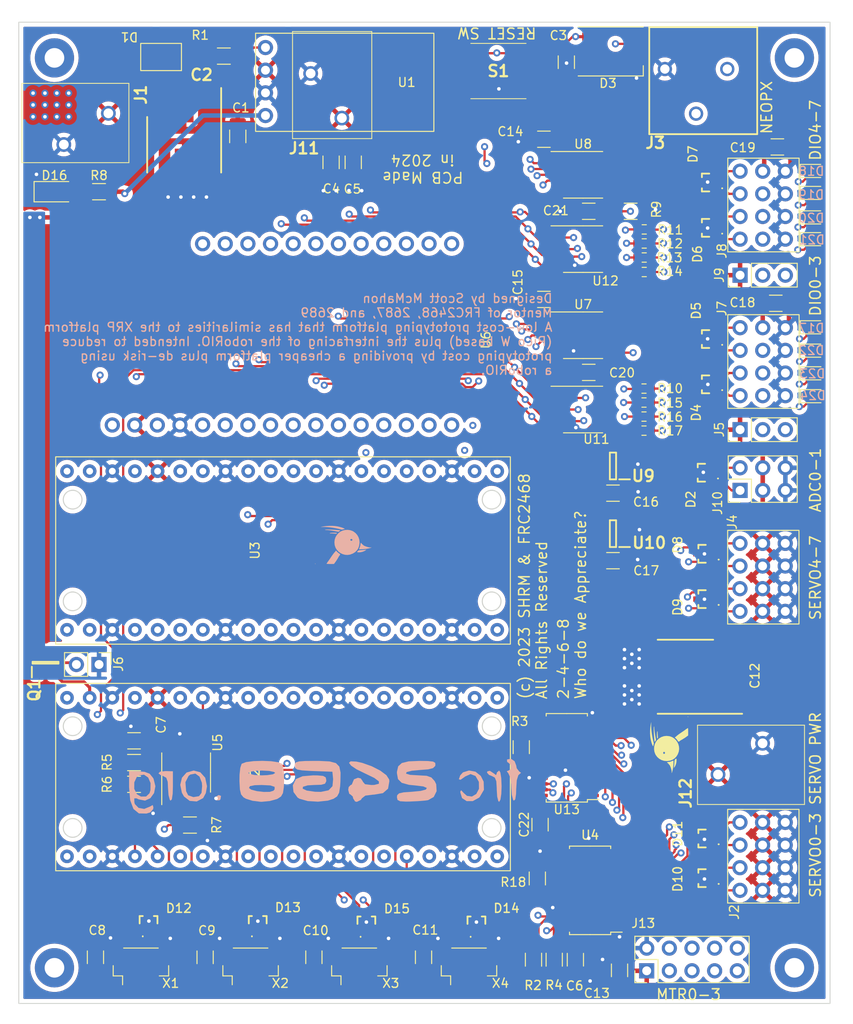
<source format=kicad_pcb>
(kicad_pcb (version 20211014) (generator pcbnew)
  (title_block (title "RPi Pico W Robotic Carrier Board / Controller") (rev "V2") (company "SHRM and FRC2468"))
  (layers (0 "F.Cu" mixed) (1 "In1.Cu" mixed) (2 "In2.Cu" mixed) (31 "B.Cu" mixed) (34 "B.Paste" user) (35 "F.Paste" user) (36 "B.SilkS" user "B.Silkscreen") (37 "F.SilkS" user "F.Silkscreen") (38 "B.Mask" user) (39 "F.Mask" user) (44 "Edge.Cuts" user))
  (net 0 "")
  (net 1 "+12V")
  (net 2 "GND")
  (net 3 "+5V")
  (net 4 "+3V3")
  (net 5 "/SERVO_VDD")
  (net 6 "+BATT")
  (net 7 "/ADC0")
  (net 8 "/ADC1")
  (net 10 "/NEOPIXEL_BRD")
  (net 11 "/DIO0")
  (net 12 "/DIO1")
  (net 13 "/DIO2")
  (net 14 "/DIO3")
  (net 15 "/DIO4")
  (net 16 "/DIO5")
  (net 17 "/DIO6")
  (net 18 "/DIO7")
  (net 19 "/PWM6")
  (net 20 "/PWM7")
  (net 21 "/PWM4")
  (net 22 "/PWM5")
  (net 23 "/PWM0")
  (net 24 "/PWM1")
  (net 25 "/PWM2")
  (net 26 "/PWM3")
  (net 27 "/ST_SDA0")
  (net 28 "/ST_SCL0")
  (net 29 "/ST_SDA1")
  (net 30 "/ST_SCL1")
  (net 31 "/ST_SDA2")
  (net 32 "/ST_SCL2")
  (net 33 "/ST_SDA3")
  (net 34 "/ST_SCL3")
  (net 35 "Net-(D16-Pad2)")
  (net 40 "/NEOPIXEL")
  (net 41 "/VIOA")
  (net 42 "VBUS")
  (net 43 "/VIOB")
  (net 44 "/VSYS")
  (net 45 "Net-(R1-Pad2)")
  (net 46 "/SWITCH_SCL0")
  (net 47 "/PWM_OEn")
  (net 48 "/SWITCH_SDA0")
  (net 49 "/SWITCH_SDA1")
  (net 50 "/SWITCH_SCL1")
  (net 51 "/SWITCH_RESETN")
  (net 52 "/RESETn")
  (net 53 "/DIO0_LS")
  (net 54 "/ETHSPI_CS")
  (net 55 "/PICOWBELL_MISO")
  (net 56 "/PICOWBELL_SCK")
  (net 57 "/PICOWBELL_MOSI")
  (net 58 "/PICOWBELL_CS")
  (net 59 "/PICOWBELL_INT")
  (net 60 "/MOTOR_OEn")
  (net 110 "/M0_IN1")
  (net 111 "/M0_IN2")
  (net 112 "/M1_IN1")
  (net 113 "/M1_IN2")
  (net 114 "/M2_IN1")
  (net 115 "/M2_IN2")
  (net 116 "/M3_IN1")
  (net 117 "/M3_IN2")
  (net 118 "/DIO1_LS")
  (net 119 "/DIO2_LS")
  (net 120 "/DIO3_LS")
  (net 121 "/DIO4_LS")
  (net 122 "/DIO5_LS")
  (net 123 "/DIO6_LS")
  (net 124 "/DIO7_LS")
  (net 125 "/DIO_EN")
  (net 126 "/ADC0_BUF")
  (net 127 "/ADC1_BUF")
  (net 128 "Net-(D17-Pad1)")
  (net 129 "Net-(D18-Pad1)")
  (net 130 "Net-(D19-Pad1)")
  (net 131 "Net-(D20-Pad1)")
  (net 132 "Net-(D21-Pad1)")
  (net 133 "Net-(D22-Pad1)")
  (net 134 "Net-(D23-Pad1)")
  (net 135 "Net-(D24-Pad1)")
  (net 136 "Net-(R10-Pad1)")
  (net 137 "Net-(R11-Pad1)")
  (net 138 "Net-(R12-Pad1)")
  (net 139 "Net-(R13-Pad1)")
  (net 140 "Net-(R14-Pad1)")
  (net 153 "Net-(R15-Pad1)")
  (net 154 "Net-(R16-Pad1)")
  (net 155 "Net-(R17-Pad1)")
  (footprint "Connector_PinHeader_2.54mm:PinHeader_1x02_P2.54mm_Vertical" (layer "F.Cu") (at 113.064 113.2116 -90)
    (fp_text reference "J6")
    (fp_text value "Conn_01x02" hide)
  )
  (footprint "Capacitor_SMD:C_1206_3216Metric" (layer "F.Cu") (at 116.9924 121.7676 180)
    (fp_text reference "C7")
    (fp_text value "0.1u" hide)
  )
  (footprint "Resistor_SMD:R_1206_3216Metric" (layer "F.Cu") (at 161.797 146.304 -90)
    (fp_text reference "R2")
    (fp_text value "5K1" hide)
  )
  (footprint "Capacitor_SMD:C_1206_3216Metric" (layer "F.Cu") (at 162.9664 54.3306 180)
    (fp_text reference "C14")
    (fp_text value "0.1u" hide)
  )
  (footprint "Connector_JST:JST_SH_BM04B-SRSS-TB_1x04-1MP_P1.00mm_Vertical" (layer "F.Cu") (at 117.764 147.0116)
    (fp_text reference "X1")
    (fp_text value "STEMMA_I2C_QT" hide)
  )
  (footprint "Appreciate:PESD1CANUX" (layer "F.Cu") (at 143.0528 142.0876)
    (fp_text reference "D15")
    (fp_text value "PESD1CAN-UX" hide)
  )
  (footprint "Resistor_SMD:R_1206_3216Metric" (layer "F.Cu") (at 116.9924 126.6444 180)
    (fp_text reference "R6")
    (fp_text value "5K1" hide)
  )
  (footprint "Resistor_SMD:R_0603_1608Metric" (layer "F.Cu") (at 174.1932 85.4202)
    (fp_text reference "R16")
    (fp_text value "13" hide)
  )
  (footprint "LED_SMD:LED_0603_1608Metric" (layer "F.Cu") (at 193.2178 78.0288)
    (fp_text reference "D22")
    (fp_text value "LED" hide)
  )
  (footprint "Package_SO:TSSOP-14_4.4x5mm_P0.65mm" (layer "F.Cu") (at 167.3606 76.3016)
    (fp_text reference "U7")
    (fp_text value "TXS0104EPW")
  )
  (footprint "Appreciate:conn_04x03" (layer "F.Cu") (at 192.577 133.4516 90)
    (fp_text reference "J2")
    (fp_text value "conn_04_03" hide)
  )
  (footprint "Capacitor_SMD:C_1206_3216Metric" (layer "F.Cu") (at 141.5796 56.9214 -90)
    (fp_text reference "C5")
    (fp_text value "0.1u" hide)
  )
  (footprint "Capacitor_SMD:C_1206_3216Metric" (layer "F.Cu") (at 162.5346 131.1656 -90)
    (fp_text reference "C22")
    (fp_text value "0.1u" hide)
  )
  (footprint "Appreciate:PESD1CANUX" (layer "F.Cu") (at 180.8444 91.7116 90)
    (fp_text reference "D2")
    (fp_text value "PESD1CAN-UX" hide)
  )
  (footprint "Connector_PinHeader_2.54mm:PinHeader_2x03_P2.54mm_Vertical" (layer "F.Cu") (at 184.972 93.7002 90)
    (fp_text reference "J10")
    (fp_text value "Conn_02x03_Odd_Even" hide)
  )
  (footprint "Appreciate:CAPAE830X1050N" (layer "F.Cu") (at 179.877 114.5848 180)
    (fp_text reference "C12")
    (fp_text value "470u" hide)
  )
  (footprint "LED_SMD:LED_0603_1608Metric" (layer "F.Cu") (at 193.2178 75.4126)
    (fp_text reference "D17")
    (fp_text value "LED" hide)
  )
  (footprint "Appreciate:conn_04x03" (layer "F.Cu") (at 192.577 102.1734 90)
    (fp_text reference "J4")
    (fp_text value "conn_04_03" hide)
  )
  (footprint "Appreciate:PESD1CANUX" (layer "F.Cu") (at 155.3972 142.0876)
    (fp_text reference "D14")
    (fp_text value "PESD1CAN-UX" hide)
  )
  (footprint "Capacitor_SMD:C_1206_3216Metric" (layer "F.Cu") (at 189.1538 55.1942)
    (fp_text reference "C19")
    (fp_text value "10u" hide)
  )
  (footprint "Connector_PinHeader_2.54mm:PinHeader_1x03_P2.54mm_Vertical" (layer "F.Cu") (at 184.972 69.5706 90)
    (fp_text reference "J9")
    (fp_text value "Conn_01x03" hide)
  )
  (footprint "Appreciate:KSC623JLFG" (layer "F.Cu") (at 157.864 46.6866)
    (fp_text reference "S1")
    (fp_text value "KSC623JLFG" hide)
  )
  (footprint "Appreciate:SOT95P285X145-5N" (layer "F.Cu") (at 170.7134 98.5444 180)
    (fp_text reference "U10")
    (fp_text value "APX321WG-7" hide)
  )
  (footprint "LED_SMD:LED_WS2812B_PLCC4_5.0x5.0mm_P3.2mm" (layer "F.Cu") (at 170.464 44.4866)
    (fp_text reference "D3")
    (fp_text value "WS2812B" hide)
  )
  (footprint "Capacitor_SMD:C_1206_3216Metric" (layer "F.Cu") (at 170.7134 94.0054)
    (fp_text reference "C16")
    (fp_text value "0.1u" hide)
  )
  (footprint "LED_SMD:LED_0603_1608Metric" (layer "F.Cu") (at 193.2178 60.3504)
    (fp_text reference "D19")
    (fp_text value "LED" hide)
  )
  (footprint "Resistor_SMD:R_1206_3216Metric" (layer "F.Cu") (at 160.4264 122.4788 -90)
    (fp_text reference "R3")
    (fp_text value "5K1" hide)
  )
  (footprint "Connector_JST:JST_SH_BM04B-SRSS-TB_1x04-1MP_P1.00mm_Vertical" (layer "F.Cu") (at 130.064 147.0116)
    (fp_text reference "X2")
    (fp_text value "STEMMA_I2C_QT" hide)
  )
  (footprint "Package_SO:TSSOP-14_4.4x5mm_P0.65mm" (layer "F.Cu") (at 167.3606 58.3184)
    (fp_text reference "U8")
    (fp_text value "TXS0104EPW")
  )
  (footprint "Appreciate:PESD1CANUX" (layer "F.Cu") (at 180.9184 105.8818 90)
    (fp_text reference "D9")
    (fp_text value "PESD1CAN-UX" hide)
  )
  (footprint "Resistor_SMD:R_1206_3216Metric" (layer "F.Cu") (at 113.064 60.2116)
    (fp_text reference "R8")
    (fp_text value "100" hide)
  )
  (footprint "Package_SO:TSSOP-16_4.4x5mm_P0.65mm" (layer "F.Cu") (at 122.8344 125.3236 90)
    (fp_text reference "U5")
    (fp_text value "TCA9546")
  )
  (footprint "Package_SO:TSSOP-28_4.4x9.7mm_P0.65mm" (layer "F.Cu") (at 165.5318 123.6726 180)
    (fp_text reference "U13")
    (fp_text value "PCA9685PW" hide)
  )
  (footprint "LED_SMD:LED_0603_1608Metric" (layer "F.Cu") (at 193.2178 57.8866)
    (fp_text reference "D18")
    (fp_text value "LED" hide)
  )
  (footprint "Appreciate:PESD1CANUX" (layer "F.Cu") (at 180.9184 137.16 90)
    (fp_text reference "D10")
    (fp_text value "PESD1CAN-UX" hide)
  )
  (footprint "Resistor_SMD:R_0603_1608Metric" (layer "F.Cu") (at 174.1932 86.995)
    (fp_text reference "R17")
    (fp_text value "13" hide)
  )
  (footprint "Resistor_SMD:R_0603_1608Metric" (layer "F.Cu") (at 174.2186 66.0146)
    (fp_text reference "R12")
    (fp_text value "13" hide)
  )
  (footprint "Appreciate:RPi Pico W" (layer "F.Cu") (at 133.604 125.8316 90)
    (fp_text reference "U2")
    (fp_text value "RPi_Pico_W")
    (fp_circle (center -5.7 23.5) (end -4.65 23.5) (layer "Edge.Cuts") (width 0.12) (fill none))
    (fp_circle (center -5.7 -23.5) (end -4.65 -23.5) (layer "Edge.Cuts") (width 0.12) (fill none))
    (fp_circle (center 5.7 23.5) (end 6.75 23.5) (layer "Edge.Cuts") (width 0.12) (fill none))
    (fp_circle (center 5.7 -23.5) (end 6.75 -23.5) (layer "Edge.Cuts") (width 0.12) (fill none))
  )
  (footprint "Appreciate:Weewooday-820" (layer "F.Cu") (at 136.814 47.8616)
    (fp_text reference "U1")
    (fp_text value "Weewooday-820" hide)
  )
  (footprint "Appreciate:250202" (layer "F.Cu") (at 187.497 122.047 -90)
    (fp_text reference "J12")
    (fp_text value "250-202" hide)
  )
  (footprint "Capacitor_SMD:C_1206_3216Metric" (layer "F.Cu") (at 112.664 146.0316 90)
    (fp_text reference "C8")
    (fp_text value "0.1u" hide)
  )
  (footprint "MountingHole:MountingHole_2.2mm_M2_Pad" (layer "F.Cu") (at 191.064 45.2116)
    (fp_text reference "H4" hide)
    (fp_text value "MountingHole_Pad" hide)
  )
  (footprint "Resistor_SMD:R_1206_3216Metric" (layer "F.Cu") (at 164.122 146.304 -90)
    (fp_text reference "R4")
    (fp_text value "5K1" hide)
  )
  (footprint "Capacitor_SMD:C_1206_3216Metric" (layer "F.Cu") (at 124.964 146.0366 90)
    (fp_text reference "C9")
    (fp_text value "0.1u" hide)
  )
  (footprint "Capacitor_SMD:C_1206_3216Metric" (layer "F.Cu") (at 137.164 146.0316 90)
    (fp_text reference "C10")
    (fp_text value "0.1u" hide)
  )
  (footprint "Appreciate:PESD1CANUX" (layer "F.Cu") (at 181.3144 64.262 90)
    (fp_text reference "D6")
    (fp_text value "PESD1CAN-UX" hide)
  )
  (footprint "LOGO" (layer "F.Cu") (at 176.899824 122.262821 90)
    (fp_text reference "G***" hide)
    (fp_text value "LOGO" hide)
  )
  (footprint "LED_SMD:LED_0603_1608Metric" (layer "F.Cu") (at 193.2432 80.5688)
    (fp_text reference "D23")
    (fp_text value "LED" hide)
  )
  (footprint "Resistor_SMD:R_0603_1608Metric" (layer "F.Cu") (at 174.1932 83.8454)
    (fp_text reference "R15")
    (fp_text value "13" hide)
  )
  (footprint "Capacitor_SMD:C_1206_3216Metric" (layer "F.Cu") (at 149.464 146.0316 90)
    (fp_text reference "C11")
    (fp_text value "0.1u" hide)
  )
  (footprint "Connector_PinHeader_2.54mm:PinHeader_1x03_P2.54mm_Vertical" (layer "F.Cu") (at 184.972 86.888 90)
    (fp_text reference "J5")
    (fp_text value "Conn_01x03" hide)
  )
  (footprint "Capacitor_SMD:C_1206_3216Metric" (layer "F.Cu") (at 165.481 45.6964 -90)
    (fp_text reference "C3")
    (fp_text value "0.1u" hide)
  )
  (footprint "Resistor_SMD:R_1206_3216Metric" (layer "F.Cu") (at 162.2298 137.1961 -90)
    (fp_text reference "R18")
    (fp_text value "5K1" hide)
  )
  (footprint "Capacitor_SMD:C_1206_3216Metric" (layer "F.Cu") (at 167.9956 62.4078 180)
    (fp_text reference "C21")
    (fp_text value "0.1u" hide)
  )
  (footprint "Resistor_SMD:R_1206_3216Metric" (layer "F.Cu") (at 123.264 131.2116 180)
    (fp_text reference "R7")
    (fp_text value "5K1" hide)
  )
  (footprint "Capacitor_SMD:C_1206_3216Metric" (layer "F.Cu") (at 188.976 72.7202)
    (fp_text reference "C18")
    (fp_text value "10u" hide)
  )
  (footprint "Appreciate:250-203_1" (layer "F.Cu") (at 180.035 51.4616 180)
    (fp_text reference "J3")
    (fp_text value "250-203" hide)
  )
  (footprint "Appreciate:RPi Pico W" (layer "F.Cu") (at 133.604 100.4316 90)
    (fp_text reference "U3")
    (fp_text value "RPi_Picobell_CAN_Bus")
    (fp_circle (center -5.7 -23.5) (end -4.65 -23.5) (layer "Edge.Cuts") (width 0.12) (fill none))
    (fp_circle (center 5.7 -23.5) (end 6.75 -23.5) (layer "Edge.Cuts") (width 0.12) (fill none))
    (fp_circle (center 5.7 23.5) (end 6.75 23.5) (layer "Edge.Cuts") (width 0.12) (fill none))
    (fp_circle (center -5.7 23.5) (end -4.65 23.5) (layer "Edge.Cuts") (width 0.12) (fill none))
  )
  (footprint "Appreciate:PESD1CANUX" (layer "F.Cu") (at 180.9184 132.715 90)
    (fp_text reference "D11")
    (fp_text value "PESD1CAN-UX" hide)
  )
  (footprint "Connector_JST:JST_SH_BM04B-SRSS-TB_1x04-1MP_P1.00mm_Vertical" (layer "F.Cu") (at 154.564 147.0116)
    (fp_text reference "X4")
    (fp_text value "STEMMA_I2C_QT" hide)
  )
  (footprint "Appreciate:DO-216" (layer "F.Cu") (at 119.009 45.1116 180)
    (fp_text reference "D1")
    (fp_text value "UPR20e3" hide)
  )
  (footprint "Resistor_SMD:R_0603_1608Metric" (layer "F.Cu") (at 174.2186 64.4398)
    (fp_text reference "R11")
    (fp_text value "13" hide)
  )
  (footprint "Capacitor_SMD:C_1206_3216Metric" (layer "F.Cu") (at 139.094 56.9214 -90)
    (fp_text reference "C4")
    (fp_text value "10u" hide)
  )
  (footprint "Resistor_SMD:R_1206_3216Metric" (layer "F.Cu") (at 116.9924 124.206 180)
    (fp_text reference "R5")
    (fp_text value "5K1" hide)
  )
  (footprint "LED_SMD:LED_1206_3216Metric" (layer "F.Cu") (at 108.064 60.2116)
    (fp_text reference "D16")
    (fp_text value "LED" hide)
  )
  (footprint "Package_SO:TSSOP-14_4.4x5mm_P0.65mm" (layer "F.Cu") (at 167.3606 66.6496)
    (fp_text reference "U12")
    (fp_text value "74HC14" hide)
  )
  (footprint "MountingHole:MountingHole_2.2mm_M2_Pad" (layer "F.Cu") (at 191.064 147.2116)
    (fp_text reference "H3" hide)
    (fp_text value "MountingHole_Pad" hide)
  )
  (footprint "Appreciate:PESD1CANUX" (layer "F.Cu") (at 118.618 142.0368)
    (fp_text reference "D12")
    (fp_text value "PESD1CAN-UX" hide)
  )
  (footprint "Resistor_SMD:R_0603_1608Metric" (layer "F.Cu") (at 174.2186 69.215)
    (fp_text reference "R14")
    (fp_text value "13" hide)
  )
  (footprint "Package_SO:TSSOP-14_4.4x5mm_P0.65mm" (layer "F.Cu") (at 167.3606 84.6328)
    (fp_text reference "U11")
    (fp_text value "74HC14" hide)
  )
  (footprint "Appreciate:PESD1CANUX" (layer "F.Cu") (at 181.3144 76.728 90)
    (fp_text reference "D5")
    (fp_text value "PESD1CAN-UX" hide)
  )
  (footprint "Appreciate:Feather_M4_CAN_Express" (layer "F.Cu") (at 158.974 87.6366 90)
    (fp_text reference "U6")
    (fp_text value "Ethernet_FeatherWing" hide)
  )
  (footprint "LED_SMD:LED_0603_1608Metric" (layer "F.Cu") (at 193.2432 83.1342)
    (fp_text reference "D24")
    (fp_text value "LED" hide)
  )
  (footprint "Capacitor_SMD:C_1206_3216Metric" (layer "F.Cu") (at 128.6256 54.0116 -90)
    (fp_text reference "C1")
    (fp_text value "10u" hide)
  )
  (footprint "Appreciate:250202" (layer "F.Cu") (at 136.801 46.96)
    (fp_text reference "J11")
    (fp_text value "250-202" hide)
  )
  (footprint "Appreciate:SOT96P240X120-3N" (layer "F.Cu") (at 107.064 113.0116 90)
    (fp_text reference "Q1")
    (fp_text value "DMG2305UX-13" hide)
  )
  (footprint "Resistor_SMD:R_0603_1608Metric" (layer "F.Cu") (at 174.2186 67.5894)
    (fp_text reference "R13")
    (fp_text value "13" hide)
  )
  (footprint "Capacitor_SMD:C_1206_3216Metric" (layer "F.Cu") (at 171.45 147.4966 90)
    (fp_text reference "C13")
    (fp_text value "0.1u" hide)
  )
  (footprint "Appreciate:conn_04x03" (layer "F.Cu") (at 192.592 77.998 90)
    (fp_text reference "J7")
    (fp_text value "conn_04_03" hide)
  )
  (footprint "Appreciate:SOT95P285X145-5N" (layer "F.Cu") (at 170.7134 90.9574 180)
    (fp_text reference "U9")
    (fp_text value "APX321WG-7" hide)
  )
  (footprint "Appreciate:conn_04x03" (layer "F.Cu") (at 192.592 60.452 90)
    (fp_text reference "J8")
    (fp_text value "conn_04_03" hide)
  )
  (footprint "Connector_JST:JST_SH_BM04B-SRSS-TB_1x04-1MP_P1.00mm_Vertical" (layer "F.Cu") (at 142.264 147.0116)
    (fp_text reference "X3")
    (fp_text value "STEMMA_I2C_QT" hide)
  )
  (footprint "Appreciate:CAPAE830X1050N" (layer "F.Cu") (at 122.614 53.9116 -90)
    (fp_text reference "C2")
    (fp_text value "470u" hide)
  )
  (footprint "Capacitor_SMD:C_1206_3216Metric" (layer "F.Cu") (at 167.9956 80.4672 180)
    (fp_text reference "C20")
    (fp_text value "0.1u" hide)
  )
  (footprint "Package_SO:TSSOP-28_4.4x9.7mm_P0.65mm" (layer "F.Cu") (at 168.147 138.5316 180)
    (fp_text reference "U4")
    (fp_text value "PCA9685PW" hide)
  )
  (footprint "Appreciate:PESD1CANUX" (layer "F.Cu") (at 181.3144 59.182 90)
    (fp_text reference "D7")
    (fp_text value "PESD1CAN-UX" hide)
  )
  (footprint "Appreciate:PESD1CANUX" (layer "F.Cu") (at 181.3144 81.808 90)
    (fp_text reference "D4")
    (fp_text value "PESD1CAN-UX" hide)
  )
  (footprint "Appreciate:PESD1CANUX" (layer "F.Cu") (at 180.9184 100.8018 90)
    (fp_text reference "D8")
    (fp_text value "PESD1CAN-UX" hide)
  )
  (footprint "Appreciate:250202" (layer "F.Cu") (at 109.114 54.9246 90)
    (fp_text reference "J1")
    (fp_text value "250-202" hide)
  )
  (footprint "Resistor_SMD:R_0603_1608Metric" (layer "F.Cu") (at 174.1932 82.282)
    (fp_text reference "R10")
    (fp_text value "13" hide)
  )
  (footprint "Appreciate:PESD1CANUX" (layer "F.Cu") (at 130.864 142.0368)
    (fp_text reference "D13")
    (fp_text value "PESD1CAN-UX" hide)
  )
  (footprint "Capacitor_SMD:C_1206_3216Metric" (layer "F.Cu") (at 170.7134 101.5746)
    (fp_text reference "C17")
    (fp_text value "0.1u" hide)
  )
  (footprint "LED_SMD:LED_0603_1608Metric" (layer "F.Cu") (at 193.2178 63.0936)
    (fp_text reference "D20")
    (fp_text value "LED" hide)
  )
  (footprint "Resistor_SMD:R_1206_3216Metric" (layer "F.Cu") (at 127.064 45.0116)
    (fp_text reference "R1")
    (fp_text value "5K1" hide)
  )
  (footprint "MountingHole:MountingHole_2.2mm_M2_Pad" (layer "F.Cu") (at 108.064 147.2116)
    (fp_text reference "H2" hide)
    (fp_text value "MountingHole_Pad" hide)
  )
  (footprint "MountingHole:MountingHole_2.2mm_M2_Pad" (layer "F.Cu") (at 108.064 45.2116)
    (fp_text reference "H1" hide)
    (fp_text value "MountingHole_Pad" hide)
  )
  (footprint "LED_SMD:LED_0603_1608Metric" (layer "F.Cu") (at 193.2177 65.532)
    (fp_text reference "D21")
    (fp_text value "LED" hide)
  )
  (footprint "Connector_PinHeader_2.54mm:PinHeader_2x05_P2.54mm_Vertical" (layer "F.Cu") (at 174.498 147.5486 90)
    (fp_text reference "J13")
    (fp_text value "Conn_02x05_Odd_Even" hide)
  )
  (footprint "Capacitor_SMD:C_1206_3216Metric" (layer "F.Cu") (at 162.9664 72.2884 180)
    (fp_text reference "C15")
    (fp_text value "0.1u" hide)
  )
  (footprint "Resistor_SMD:R_1206_3216Metric" (layer "F.Cu") (at 172.6946 62.4078 180)
    (fp_text reference "R9")
    (fp_text value "5K1" hide)
  )
  (footprint "Capacitor_SMD:C_1206_3216Metric" (layer "F.Cu") (at 166.497 146.304 -90)
    (fp_text reference "C6")
    (fp_text value "0.1u" hide)
  )
  (footprint "LOGO" (layer "B.Cu") (at 140.5128 99.695 180)
    (fp_text reference "G***" hide)
    (fp_text value "LOGO" hide)
  )
  (footprint "LOGO" (layer "B.Cu") (at 138.557 126.7206 180)
    (fp_text reference "G***" hide)
    (fp_text value "LOGO" hide)
  )
  (gr_rect (start 104.064 41.2116) (end 195.064 151.2116) (layer "Edge.Cuts") (width 0.1) (fill none))
  (gr_text "Designed by Scott McMahon\nMentor of FRC2468, 2687, and 2689\nA low-cost prototyping platform that has similarities to the XRP platform\n(Pico W based) plus the interfacing of the roboRIO. Intended to reduce\nprototyping cost by providing a cheaper platform plus de-risk using\na roboRIO.\n" (at 164.0078 76.2) (layer "B.SilkS") (effects (font (size 1 1)) (justify left mirror)))
  (gr_text "RESET SW" (at 157.6832 42.418 180) (layer "F.SilkS") (effects (font (size 1.2 1.2) (thickness 0.17))))
  (gr_text "DIO0-3" (at 193.421 70.7644 90) (layer "F.SilkS") (effects (font (size 1.2 1.2) (thickness 0.17))))
  (gr_text "NEOPX" (at 187.96 50.7746 90) (layer "F.SilkS") (effects (font (size 1.2 1.2) (thickness 0.17))))
  (gr_text "MTR0-3" (at 179.197 150.2156) (layer "F.SilkS") (effects (font (size 1.2 1.2) (thickness 0.17))))
  (gr_text "SERVO0-3" (at 193.421 134.5946 90) (layer "F.SilkS") (effects (font (size 1.2 1.2) (thickness 0.17))))
  (gr_text "SERVO PWR" (at 193.421 123.7488 90) (layer "F.SilkS") (effects (font (size 1.2 1.2) (thickness 0.17))))
  (gr_text "2-4-6-8\nWho do we Appreciate?" (at 166.116 117.1956 90) (layer "F.SilkS") (effects (font (size 1.2 1.2) (thickness 0.16)) (justify left)))
  (gr_text "ADC0-1" (at 193.421 92.5322 90) (layer "F.SilkS") (effects (font (size 1.2 1.2) (thickness 0.17))))
  (gr_text "PCB Made\nin 2024" (at 149.3774 57.6326 180) (layer "F.SilkS") (effects (font (size 1.2 1.2) (thickness 0.16))))
  (gr_text "(c) 2023 SHRM & FRC2468\nAll Rights Reserved" (at 161.7472 117.1956 90) (layer "F.SilkS") (effects (font (size 1.2 1.2) (thickness 0.16)) (justify left)))
  (gr_text "DIO4-7" (at 193.421 53.3146 90) (layer "F.SilkS") (effects (font (size 1.2 1.2) (thickness 0.17))))
  (gr_text "SERVO4-7" (at 193.421 103.4796 90) (layer "F.SilkS") (effects (font (size 1.2 1.2) (thickness 0.17))))
  (segment (start 150.439 144.5566) (end 151.0792 143.9164) (width 0.25) (layer "F.Cu") (net 2))
  (segment (start 118.65629 141.973417) (end 118.618 141.935127) (width 0.25) (layer "F.Cu") (net 2))
  (segment (start 190.6288 55.1942) (end 190.627 55.196) (width 0.5) (layer "F.Cu") (net 2))
  (segment (start 162.6693 125.9476) (end 161.3552 125.9476) (width 0.25) (layer "F.Cu") (net 2))
  (segment (start 127 145.5476) (end 127.264 145.8116) (width 0.25) (layer "F.Cu") (net 2))
  (segment (start 139.660133 59.294533) (end 139.094 58.7284) (width 0.35) (layer "F.Cu") (net 2))
  (segment (start 165.481 47.1714) (end 165.481 45.8216) (width 0.25) (layer "F.Cu") (net 2))
  (segment (start 172.914 47.0316) (end 172.914 46.1366) (width 0.35) (layer "F.Cu") (net 2))
  (segment (start 138.2268 59.2636) (end 139.094 58.3964) (width 0.35) (layer "F.Cu") (net 2))
  (segment (start 116.6876 121.412) (end 116.6876 120.1928) (width 0.25) (layer "F.Cu") (net 2))
  (segment (start 166.0964 78.2516) (end 166.2938 78.0542) (width 0.25) (layer "F.Cu") (net 2))
  (segment (start 167.2354 147.779) (end 168.148 148.6916) (width 0.25) (layer "F.Cu") (net 2))
  (segment (start 122.1232 120.9802) (end 122.5094 121.3664) (width 0.25) (layer "F.Cu") (net 2))
  (segment (start 171.0095 140.1566) (end 171.0095 142.7566) (width 0.25) (layer "F.Cu") (net 2))
  (segment (start 181.3106 76.728) (end 180.3894 76.728) (width 0.35) (layer "F.Cu") (net 2))
  (segment (start 165.617001 125.2976) (end 165.381034 125.061633) (width 0.25) (layer "F.Cu") (net 2))
  (segment (start 138.2268 60.0964) (end 142.5268 60.0964) (width 0.35) (layer "F.Cu") (net 2))
  (segment (start 157.364 145.8116) (end 157.364 144.4388) (width 0.25) (layer "F.Cu") (net 2))
  (segment (start 137.164 144.5566) (end 138.1454 144.5566) (width 0.25) (layer "F.Cu") (net 2))
  (segment (start 179.9934 100.8018) (end 180.9642 100.8018) (width 0.35) (layer "F.Cu") (net 2))
  (segment (start 119.6848 128.2116) (end 119.6968 128.2236) (width 0.25) (layer "F.Cu") (net 2))
  (segment (start 140.7668 148.3338) (end 140.764 148.3366) (width 0.25) (layer "F.Cu") (net 2))
  (segment (start 171.45 146.0216) (end 169.802 146.0216) (width 0.35) (layer "F.Cu") (net 2))
  (segment (start 151.9584 145.8116) (end 153.064 146.9172) (width 0.25) (layer "F.Cu") (net 2))
  (segment (start 162.5346 134.1374) (end 162.5346 132.6406) (width 0.25) (layer "F.Cu") (net 2))
  (segment (start 164.4981 68.5996) (end 166.2742 68.5996) (width 0.25) (layer "F.Cu") (net 2))
  (segment (start 166.2742 68.5996) (end 166.4208 68.453) (width 0.25) (layer "F.Cu") (net 2))
  (segment (start 163.957 140.462) (end 164.3016 140.8066) (width 0.25) (layer "F.Cu") (net 2))
  (segment (start 166.497 147.779) (end 167.2354 147.779) (width 0.25) (layer "F.Cu") (net 2))
  (segment (start 168.3943 119.4476) (end 168.3943 118.6257) (width 0.25) (layer "F.Cu") (net 2))
  (segment (start 161.4914 72.2884) (end 159.9184 72.2884) (width 0.25) (layer "F.Cu") (net 2))
  (segment (start 180.8734 132.715) (end 180.975 132.8166) (width 0.35) (layer "F.Cu") (net 2))
  (segment (start 173.2356 98.5444) (end 172.0134 98.5444) (width 0.25) (layer "F.Cu") (net 2))
  (segment (start 127 144.3228) (end 127 145.5476) (width 0.25) (layer "F.Cu") (net 2))
  (segment (start 126.5936 143.9164) (end 125.9484 144.5616) (width 0.25) (layer "F.Cu") (net 2))
  (segment (start 153.064 146.9172) (end 153.064 148.3366) (width 0.25) (layer "F.Cu") (net 2))
  (segment (start 106.664 58.8866) (end 106.045 58.2676) (width 0.25) (layer "F.Cu") (net 2))
  (segment (start 190.451 72.7202) (end 190.451 75.059) (width 0.5) (layer "F.Cu") (net 2))
  (segment (start 132.864 144.4024) (end 132.864 145.8116) (width 0.25) (layer "F.Cu") (net 2))
  (segment (start 141.093466 60.0964) (end 141.093466 59.363334) (width 0.35) (layer "F.Cu") (net 2))
  (segment (start 173.3804 94.0054) (end 173.5328 93.853) (width 0.25) (layer "F.Cu") (net 2))
  (segment (start 179.9194 91.7116) (end 180.805 91.7116) (width 0.35) (layer "F.Cu") (net 2))
  (segment (start 141.093466 59.363334) (end 141.5796 58.8772) (width 0.35) (layer "F.Cu") (net 2))
  (segment (start 180.3894 64.262) (end 180.4148 64.2874) (width 0.35) (layer "F.Cu") (net 2))
  (segment (start 116.264 147.1116) (end 114.964 145.8116) (width 0.25) (layer "F.Cu") (net 2))
  (segment (start 119.6968 128.2236) (end 121.2094 128.2236) (width 0.25) (layer "F.Cu") (net 2))
  (segment (start 115.5174 121.7676) (end 116.332 121.7676) (width 0.25) (layer "F.Cu") (net 2))
  (segment (start 120.5484 144.3736) (end 121.0056 143.9164) (width 0.25) (layer "F.Cu") (net 2))
  (segment (start 125.9484 144.5616) (end 124.964 144.5616) (width 0.25) (layer "F.Cu") (net 2))
  (segment (start 118.618 141.935127) (end 118.618 141.1626) (width 0.25) (layer "F.Cu") (net 2))
  (segment (start 169.802 146.0216) (end 169.545 146.2786) (width 0.35) (layer "F.Cu") (net 2))
  (segment (start 173.355 47.4726) (end 172.914 47.0316) (width 0.35) (layer "F.Cu") (net 2))
  (segment (start 180.4148 64.2874) (end 181.3306 64.2874) (width 0.35) (layer "F.Cu") (net 2))
  (segment (start 155.3972 141.1626) (end 155.3972 142.0876) (width 0.25) (layer "F.Cu") (net 2))
  (segment (start 116.332 121.7676) (end 116.6876 121.412) (width 0.25) (layer "F.Cu") (net 2))
  (segment (start 190.451 75.059) (end 190.052 75.458) (width 0.5) (layer "F.Cu") (net 2))
  (segment (start 166.4733 86.5828) (end 164.4981 86.5828) (width 0.25) (layer "F.Cu") (net 2))
  (segment (start 138.7856 143.9164) (end 139.464 144.5948) (width 0.25) (layer "F.Cu") (net 2))
  (segment (start 127.7776 145.8116) (end 128.564 146.598) (width 0.25) (layer "F.Cu") (net 2))
  (segment (start 145.064 145.8116) (end 145.064 144.3944) (width 0.25) (layer "F.Cu") (net 2))
  (segment (start 151.8412 144.6784) (end 151.8412 145.7344) (width 0.25) (layer "F.Cu") (net 2))
  (segment (start 121.0056 143.9164) (end 121.0564 143.9164) (width 0.25) (layer "F.Cu") (net 2))
  (segment (start 143.0528 141.1626) (end 143.0528 142.0876) (width 0.25) (layer "F.Cu") (net 2))
  (segment (start 190.627 57.337) (end 190.052 57.912) (width 0.5) (layer "F.Cu") (net 2))
  (segment (start 106.664 60.2116) (end 106.664 58.8866) (width 0.25) (layer "F.Cu") (net 2))
  (segment (start 179.9934 132.715) (end 180.8734 132.715) (width 0.35) (layer "F.Cu") (net 2))
  (segment (start 180.3894 59.182) (end 180.4402 59.1312) (width 0.35) (layer "F.Cu") (net 2))
  (segment (start 124.7265 132.4481) (end 124.7265 131.2116) (width 0.25) (layer "F.Cu") (net 2))
  (segment (start 151.0792 143.9164) (end 151.8412 144.6784) (width 0.25) (layer "F.Cu") (net 2))
  (segment (start 130.8785 141.1263) (end 130.864 141.1118) (width 0.25) (layer "F.Cu") (net 2))
  (segment (start 162.6693 125.2976) (end 162.6693 125.9476) (width 0.25) (layer "F.Cu") (net 2))
  (segment (start 138.2268 60.0964) (end 138.2268 59.2636) (width 0.35) (layer "F.Cu") (net 2))
  (segment (start 116.6876 120.1928) (end 116.6368 120.142) (width 0.25) (layer "F.Cu") (net 2))
  (segment (start 166.5206 78.281) (end 166.2938 78.0542) (width 0.25) (layer "F.Cu") (net 2))
  (segment (start 168.3943 125.2976) (end 168.3943 127.2476) (width 0.25) (layer "F.Cu") (net 2))
  (segment (start 159.9184 72.2884) (end 159.8168 72.1868) (width 0.25) (layer "F.Cu") (net 2))
  (segment (start 114.3508 143.8656) (end 113.355 143.8656) (width 0.25) (layer "F.Cu") (net 2))
  (segment (start 174.1571 62.4078) (end 175.2854 62.4078) (width 0.25) (layer "F.Cu") (net 2))
  (segment (start 166.5478 86.6573) (end 166.4733 86.5828) (width 0.25) (layer "F.Cu") (net 2))
  (segment (start 173.355 101.5746) (end 173.482 101.4476) (width 0.25) (layer "F.Cu") (net 2))
  (segment (start 172.0134 90.9574) (end 173.3042 90.9574) (width 0.25) (layer "F.Cu") (net 2))
  (segment (start 180.805 91.7116) (end 180.848 91.6686) (width 0.35) (layer "F.Cu") (net 2))
  (segment (start 160.3756 54.3306) (end 160.0962 54.61) (width 0.25) (layer "F.Cu") (net 2))
  (segment (start 149.464 144.5566) (end 150.439 144.5566) (width 0.25) (layer "F.Cu") (net 2))
  (segment (start 173.3042 90.9574) (end 173.5074 90.7542) (width 0.25) (layer "F.Cu") (net 2))
  (segment (start 164.4981 62.1107) (end 164.7952 62.4078) (width 0.25) (layer "F.Cu") (net 2))
  (segment (start 140.7668 147.1676) (end 140.7668 148.3338) (width 0.25) (layer "F.Cu") (net 2))
  (segment (start 119.126 129.8956) (end 119.2565 129.7651) (width 0.25) (layer "F.Cu") (net 2))
  (segment (start 168.3943 118.6257) (end 168.402 118.618) (width 0.25) (layer "F.Cu") (net 2))
  (segment (start 169.6126 134.3066) (end 171.0095 134.3066) (width 0.25) (layer "F.Cu") (net 2))
  (segment (start 127.264 145.8116) (end 127.7776 145.8116) (width 0.25) (layer "F.Cu") (net 2))
  (segment (start 142.2908 59.0804) (end 142.2636 59.0804) (width 0.35) (layer "F.Cu") (net 2))
  (segment (start 125.222 132.9436) (end 124.7265 132.4481) (width 0.25) (layer "F.Cu") (net 2))
  (segment (start 139.464 145.8648) (end 140.7668 147.1676) (width 0.25) (layer "F.Cu") (net 2))
  (segment (start 130.8785 141.986) (end 130.8785 141.1263) (width 0.25) (layer "F.Cu") (net 2))
  (segment (start 142.5268 59.3164) (end 142.2908 59.0804) (width 0.35) (layer "F.Cu") (net 2))
  (segment (start 113.355 143.8656) (end 112.664 144.5566) (width 0.25) (layer "F.Cu") (net 2))
  (segment (start 180.9642 100.8018) (end 180.975 100.8126) (width 0.35) (layer "F.Cu") (net 2))
  (segment (start 139.094 58.7284) (end 139.094 58.3964) (width 0.35) (layer "F.Cu") (net 2))
  (segment (start 145.064 144.3944) (end 145.542 143.9164) (width 0.25) (layer "F.Cu") (net 2))
  (segment (start 181.3506 81.808) (end 181.356 81.8134) (width 0.35) (layer "F.Cu") (net 2))
  (segment (start 179.9934 105.8818) (end 180.9642 105.8818) (width 0.35) (layer "F.Cu") (net 2))
  (segment (start 128.564 146.598) (end 128.564 148.3366) (width 0.25) (layer "F.Cu") (net 2))
  (segment (start 165.481 45.8216) (end 165.5064 45.7962) (width 0.25) (layer "F.Cu") (net 2))
  (segment (start 181.3306 76.708) (end 181.3106 76.728) (width 0.35) (layer "F.Cu") (net 2))
  (segment (start 180.9642 105.8818) (end 180.975 105.8926) (width 0.35) (layer "F.Cu") (net 2))
  (segment (start 166.5206 62.4078) (end 164.7952 62.4078) (width 0.25) (layer "F.Cu") (net 2))
  (segment (start 119.2565 128.6399) (end 119.6848 128.2116) (width 0.25) (layer "F.Cu") (net 2))
  (segment (start 142.5268 60.0964) (end 142.5268 59.3164) (width 0.35) (layer "F.Cu") (net 2))
  (segment (start 161.3552 125.9476) (end 161.3154 125.9078) (width 0.25) (layer "F.Cu") (net 2))
  (segment (start 157.364 144.4388) (end 157.8864 143.9164) (width 0.25) (layer "F.Cu") (net 2))
  (segment (start 139.660133 60.0964) (end 139.660133 59.294533) (width 0.35) (layer "F.Cu") (net 2))
  (segment (start 141.5796 58.8772) (end 141.5796 58.3964) (width 0.35) (layer "F.Cu") (net 2))
  (segment (start 180.3894 81.808) (end 181.3506 81.808) (width 0.35) (layer "F.Cu") (net 2))
  (segment (start 180.8734 137.16) (end 180.975 137.2616) (width 0.35) (layer "F.Cu") (net 2))
  (segment (start 171.0095 142.7566) (end 171.0095 143.2981) (width 0.25) (layer "F.Cu") (net 2))
  (segment (start 172.1884 101.5746) (end 173.355 101.5746) (width 0.25) (layer "F.Cu") (net 2))
  (segment (start 126.1828 128.2236) (end 126.1872 128.2192) (width 0.25) (layer "F.Cu") (net 2))
  (segment (start 168.3943 125.2976) (end 165.617001 125.2976) (width 0.25) (layer "F.Cu") (net 2))
  (segment (start 157.917 48.6866) (end 160.764 48.6866) (width 0.25) (layer "F.Cu") (net 2))
  (segment (start 114.964 144.4788) (end 114.3508 143.8656) (width 0.25) (layer "F.Cu") (net 2))
  (segment (start 164.4981 60.2684) (end 164.4981 62.1107) (width 0.25) (layer "F.Cu") (net 2))
  (segment (start 125.1094 128.2236) (end 126.1828 128.2236) (width 0.25) (layer "F.Cu") (net 2))
  (segment (start 151.8412 145.7344) (end 151.764 145.8116) (width 0.25) (layer "F.Cu") (net 2))
  (segment (start 171.0095 143.2981) (end 171.45 143.7386) (width 0.25) (layer "F.Cu") (net 2))
  (segment (start 114.964 145.8116) (end 114.964 144.4788) (width 0.25) (layer "F.Cu") (net 2))
  (segment (start 120.564 145.8116) (end 120.5484 145.796) (width 0.25) (layer "F.Cu") (net 2))
  (segment (start 142.2636 59.0804) (end 141.5796 58.3964) (width 0.35) (layer "F.Cu") (net 2))
  (segment (start 173.6852 98.0948) (end 173.2356 98.5444) (width 0.25) (layer "F.Cu") (net 2))
  (segment (start 166.5206 80.4672) (end 166.5206 78.281) (width 0.25) (layer "F.Cu") (net 2))
  (segment (start 139.464 144.5948) (end 139.464 145.8116) (width 0.25) (layer "F.Cu") (net 2))
  (segment (start 164.4981 78.2516) (end 166.0964 78.2516) (width 0.25) (layer "F.Cu") (net 2))
  (segment (start 190.627 55.196) (end 190.627 57.337) (width 0.5) (layer "F.Cu") (net 2))
  (segment (start 133.35 143.9164) (end 132.864 144.4024) (width 0.25) (layer "F.Cu") (net 2))
  (segment (start 179.9934 137.16) (end 180.8734 137.16) (width 0.35) (layer "F.Cu") (net 2))
  (segment (start 165.2845 140.8066) (end 165.2845 140.1566) (width 0.25) (layer "F.Cu") (net 2))
  (segment (start 138.1454 144.5566) (end 138.7856 143.9164) (width 0.25) (layer "F.Cu") (net 2))
  (segment (start 139.464 145.8116) (end 139.464 145.8648) (width 0.25) (layer "F.Cu") (net 2))
  (segment (start 161.4914 54.3306) (end 160.3756 54.3306) (width 0.25) (layer "F.Cu") (net 2))
  (segment (start 167.9956 132.6896) (end 169.6126 134.3066) (width 0.25) (layer "F.Cu") (net 2))
  (segment (start 172.1884 94.0054) (end 173.3804 94.0054) (width 0.25) (layer "F.Cu") (net 2))
  (segment (start 180.4402 59.1312) (end 181.3306 59.1312) (width 0.35) (layer "F.Cu") (net 2))
  (segment (start 154.964 48.6866) (end 157.917 48.6866) (width 0.25) (layer "F.Cu") (net 2))
  (segment (start 116.264 148.3366) (end 116.264 147.1116) (width 0.25) (layer "F.Cu") (net 2))
  (segment (start 126.5936 143.9164) (end 127 144.3228) (width 0.25) (layer "F.Cu") (net 2))
  (segment (start 120.5484 145.796) (end 120.5484 144.3736) (width 0.25) (layer "F.Cu") (net 2))
  (segment (start 122.5094 121.3664) (end 122.5094 122.4236) (width 0.25) (layer "F.Cu") (net 2))
  (segment (start 175.2854 62.4078) (end 175.4886 62.2046) (width 0.25) (layer "F.Cu") (net 2))
  (segment (start 164.3016 140.8066) (end 165.2845 140.8066) (width 0.25) (layer "F.Cu") (net 2))
  (segment (start 151.764 145.8116) (end 151.9584 145.8116) (width 0.25) (layer "F.Cu") (net 2))
  (segment (start 119.2565 129.7651) (end 119.2565 128.6399) (width 0.25) (layer "F.Cu") (net 2))
  (via (at 120.814 60.8116) (size 0.8) (drill 0.4) (layers "F.Cu" "B.Cu") (net 2))
  (via (at 166.4208 68.453) (size 0.8) (drill 0.4) (layers "F.Cu" "B.Cu") (net 2))
  (via (at 139.660133 60.0964) (size 0.8) (drill 0.4) (layers "F.Cu" "B.Cu") (net 2))
  (via (at 181.356 81.8134) (size 0.8) (drill 0.4) (layers "F.Cu" "B.Cu") (net 2))
  (via (at 165.381034 125.061633) (size 0.8) (drill 0.4) (layers "F.Cu" "B.Cu") (net 2))
  (via (at 126.1872 128.2192) (size 0.8) (drill 0.4) (layers "F.Cu" "B.Cu") (net 2))
  (via (at 122.1232 120.9802) (size 0.8) (drill 0.4) (layers "F.Cu" "B.Cu") (net 2))
  (via (at 172.003 111.5438) (size 0.8) (drill 0.4) (layers "F.Cu" "B.Cu") (net 2))
  (via (at 180.975 100.8126) (size 0.8) (drill 0.4) (layers "F.Cu" "B.Cu") (net 2))
  (via (at 168.402 118.618) (size 0.8) (drill 0.4) (layers "F.Cu" "B.Cu") (net 2))
  (via (at 145.542 143.9164) (size 0.8) (drill 0.4) (layers "F.Cu" "B.Cu") (net 2))
  (via (at 130.8785 141.986) (size 0.8) (drill 0.4) (layers "F.Cu" "B.Cu") (net 2))
  (via (at 119.126 129.8956) (size 0.8) (drill 0.4) (layers "F.Cu" "B.Cu") (net 2))
  (via (at 138.7856 143.9164) (size 0.8) (drill 0.4) (layers "F.Cu" "B.Cu") (net 2))
  (via (at 172.828 112.0688) (size 0.8) (drill 0.4) (layers "F.Cu" "B.Cu") (net 2))
  (via (at 162.5346 134.1374) (size 0.8) (drill 0.4) (layers "F.Cu" "B.Cu") (net 2))
  (via (at 126.5936 143.9164) (size 0.8) (drill 0.4) (layers "F.Cu" "B.Cu") (net 2))
  (via (at 173.482 101.4476) (size 0.8) (drill 0.4) (layers "F.Cu" "B.Cu") (net 2))
  (via (at 173.5074 90.7542) (size 0.8) (drill 0.4) (layers "F.Cu" "B.Cu") (net 2))
  (via (at 165.5064 45.7962) (size 0.8) (drill 0.4) (layers "F.Cu" "B.Cu") (net 2))
  (via (at 163.957 140.462) (size 0.8) (drill 0.4) (layers "F.Cu" "B.Cu") (net 2))
  (via (at 116.6368 120.142) (size 0.8) (drill 0.4) (layers "F.Cu" "B.Cu") (net 2))
  (via (at 172.828 116.1363) (size 0.8) (drill 0.4) (layers "F.Cu" "B.Cu") (net 2))
  (via (at 164.7952 62.4078) (size 0.8) (drill 0.4) (layers "F.Cu" "B.Cu") (net 2))
  (via (at 173.355 47.4726) (size 0.8) (drill 0.4) (layers "F.Cu" "B.Cu") (net 2))
  (via (at 173.653 116.6238) (size 0.8) (drill 0.4) (layers "F.Cu" "B.Cu") (net 2))
  (via (at 159.8168 72.1868) (size 0.8) (drill 0.4) (layers "F.Cu" "B.Cu") (net 2))
  (via (at 142.5268 60.0964) (size 0.8) (drill 0.4) (layers "F.Cu" "B.Cu") (net 2))
  (via (at 138.2268 60.0964) (size 0.8) (drill 0.4) (layers "F.Cu" "B.Cu") (net 2))
  (via (at 155.3972 142.0876) (size 0.8) (drill 0.4) (layers "F.Cu" "B.Cu") (net 2))
  (via (at 180.975 105.8926) (size 0.8) (drill 0.4) (layers "F.Cu" "B.Cu") (net 2))
  (via (at 172.003 117.6363) (size 0.8) (drill 0.4) (layers "F.Cu" "B.Cu") (net 2))
  (via (at 166.2938 78.0542) (size 0.8) (drill 0.4) (layers "F.Cu" "B.Cu") (net 2))
  (via (at 118.65629 141.973417) (size 0.8) (drill 0.4) (layers "F.Cu" "B.Cu") (net 2))
  (via (at 172.003 115.6113) (size 0.8) (drill 0.4) (layers "F.Cu" "B.Cu") (net 2))
  (via (at 180.848 91.6686) (size 0.8) (drill 0.4) (layers "F.Cu" "B.Cu") (net 2))
  (via (at 122.247333 60.8116) (size 0.8) (drill 0.4) (layers "F.Cu" "B.Cu") (net 2))
  (via (at 172.828 117.1488) (size 0.8) (drill 0.4) (layers "F.Cu" "B.Cu") (net 2))
  (via (at 173.5328 93.853) (size 0.8) (drill 0.4) (layers "F.Cu" "B.Cu") (net 2))
  (via (at 180.975 137.2616) (size 0.8) (drill 0.4) (layers "F.Cu" "B.Cu") (net 2))
  (via (at 169.545 146.2786) (size 0.8) (drill 0.4) (layers "F.Cu" "B.Cu") (net 2))
  (via (at 173.653 113.5688) (size 0.8) (drill 0.4) (layers "F.Cu" "B.Cu") (net 2))
  (via (at 133.35 143.9164) (size 0.8) (drill 0.4) (layers "F.Cu" "B.Cu") (net 2))
  (via (at 172.003 113.5688) (size 0.8) (drill 0.4) (layers "F.Cu" "B.Cu") (net 2))
  (via (at 160.0962 54.61) (size 0.8) (drill 0.4) (layers "F.Cu" "B.Cu") (net 2))
  (via (at 172.003 112.5563) (size 0.8) (drill 0.4) (layers "F.Cu" "B.Cu") (net 2))
  (via (at 181.3306 59.1312) (size 0.8) (drill 0.4) (layers "F.Cu" "B.Cu") (net 2))
  (via (at 173.6852 98.0948) (size 0.8) (drill 0.4) (layers "F.Cu" "B.Cu") (net 2))
  (via (at 172.003 116.6238) (size 0.8) (drill 0.4) (layers "F.Cu" "B.Cu") (net 2))
  (via (at 157.917 48.6866) (size 0.8) (drill 0.4) (layers "F.Cu" "B.Cu") (net 2))
  (via (at 123.680666 60.8116) (size 0.8) (drill 0.4) (layers "F.Cu" "B.Cu") (net 2))
  (via (at 157.8864 143.9164) (size 0.8) (drill 0.4) (layers "F.Cu" "B.Cu") (net 2))
  (via (at 173.653 112.5563) (size 0.8) (drill 0.4) (layers "F.Cu" "B.Cu") (net 2))
  (via (at 180.975 132.8166) (size 0.8) (drill 0.4) (layers "F.Cu" "B.Cu") (net 2))
  (via (at 168.148 148.6916) (size 0.8) (drill 0.4) (layers "F.Cu" "B.Cu") (net 2))
  (via (at 114.3508 143.8656) (size 0.8) (drill 0.4) (layers "F.Cu" "B.Cu") (net 2))
  (via (at 173.653 117.6363) (size 0.8) (drill 0.4) (layers "F.Cu" "B.Cu") (net 2))
  (via (at 167.9956 132.6896) (size 0.8) (drill 0.4) (layers "F.Cu" "B.Cu") (net 2))
  (via (at 181.3306 76.708) (size 0.8) (drill 0.4) (layers "F.Cu" "B.Cu") (net 2))
  (via (at 166.5478 86.6573) (size 0.8) (drill 0.4) (layers "F.Cu" "B.Cu") (net 2))
  (via (at 141.093466 60.0964) (size 0.8) (drill 0.4) (layers "F.Cu" "B.Cu") (net 2))
  (via (at 173.653 111.5438) (size 0.8) (drill 0.4) (layers "F.Cu" "B.Cu") (net 2))
  (via (at 172.828 113.0813) (size 0.8) (drill 0.4) (layers "F.Cu" "B.Cu") (net 2))
  (via (at 125.222 132.9436) (size 0.8) (drill 0.4) (layers "F.Cu" "B.Cu") (net 2))
  (via (at 151.0792 143.9164) (size 0.8) (drill 0.4) (layers "F.Cu" "B.Cu") (net 2))
  (via (at 106.045 58.2676) (size 0.8) (drill 0.4) (layers "F.Cu" "B.Cu") (net 2))
  (via (at 181.3306 64.2874) (size 0.8) (drill 0.4) (layers "F.Cu" "B.Cu") (net 2))
  (via (at 173.653 115.6113) (size 0.8) (drill 0.4) (layers "F.Cu" "B.Cu") (net 2))
  (via (at 125.114 60.8116) (size 0.8) (drill 0.4) (layers "F.Cu" "B.Cu") (net 2))
  (via (at 161.3154 125.9078) (size 0.8) (drill 0.4) (layers "F.Cu" "B.Cu") (net 2))
  (via (at 143.0528 142.0876) (size 0.8) (drill 0.4) (layers "F.Cu" "B.Cu") (net 2))
  (via (at 121.0564 143.9164) (size 0.8) (drill 0.4) (layers "F.Cu" "B.Cu") (net 2))
  (via (at 171.45 143.7386) (size 0.8) (drill 0.4) (layers "F.Cu" "B.Cu") (net 2))
  (via (at 175.4886 62.2046) (size 0.8) (drill 0.4) (layers "F.Cu" "B.Cu") (net 2))
  (segment (start 113.064 111.7686) (end 113.064 113.2116) (width 0.35) (layer "F.Cu") (net 3))
  (segment (start 165.481 43.5356) (end 166.1922 42.8244) (width 0.25) (layer "F.Cu") (net 3))
  (segment (start 107.696 111.3536) (end 112.649 111.3536) (width 0.35) (layer "F.Cu") (net 3))
  (segment (start 115.736 60.2116) (end 115.951 60.4266) (width 0.5) (layer "F.Cu") (net 3))
  (segment (start 166.1922 42.8244) (end 166.5224 42.8244) (width 0.25) (layer "F.Cu") (net 3))
  (segment (start 114.554 61.9252) (end 114.554 60.2391) (width 0.5) (layer "F.Cu") (net 3))
  (segment (start 113.3856 63.0936) (end 114.554 61.9252) (width 0.5) (layer "F.Cu") (net 3))
  (segment (start 107.064 111.9856) (end 107.696 111.3536) (width 0.35) (layer "F.Cu") (net 3))
  (segment (start 114.5265 60.2116) (end 115.736 60.2116) (width 0.5) (layer "F.Cu") (net 3))
  (segment (start 166.5346 42.8366) (end 168.014 42.8366) (width 0.35) (layer "F.Cu") (net 3))
  (segment (start 165.481 44.2214) (end 165.481 43.5356) (width 0.25) (layer "F.Cu") (net 3))
  (segment (start 105.3084 63.0936) (end 106.426 63.0936) (width 0.5) (layer "F.Cu") (net 3))
  (segment (start 166.5224 42.8244) (end 166.5346 42.8366) (width 0.35) (layer "F.Cu") (net 3))
  (segment (start 114.554 60.2391) (end 114.5265 60.2116) (width 0.5) (layer "F.Cu") (net 3))
  (segment (start 106.426 63.0936) (end 113.3856 63.0936) (width 0.5) (layer "F.Cu") (net 3))
  (segment (start 112.649 111.3536) (end 113.064 111.7686) (width 0.35) (layer "F.Cu") (net 3))
  (via (at 105.3084 63.0936) (size 0.8) (drill 0.4) (layers "F.Cu" "B.Cu") (net 3))
  (via (at 115.951 60.4266) (size 0.8) (drill 0.4) (layers "F.Cu" "B.Cu") (net 3))
  (via (at 106.426 63.0936) (size 0.8) (drill 0.4) (layers "F.Cu" "B.Cu") (net 3))
  (via (at 166.5224 42.8244) (size 0.8) (drill 0.4) (layers "F.Cu" "B.Cu") (net 3))
  (segment (start 115.951 60.4266) (end 124.706 51.6716) (width 0.5) (layer "B.Cu") (net 3))
  (segment (start 124.706 51.6716) (end 131.734 51.6716) (width 0.5) (layer "B.Cu") (net 3))
  (segment (start 169.4706 62.4078) (end 169.4706 63.0446) (width 0.5) (layer "F.Cu") (net 4))
  (segment (start 170.2231 63.7971) (end 170.2231 64.6996) (width 0.5) (layer "F.Cu") (net 4))
  (segment (start 169.4706 63.0446) (end 170.2231 63.7971) (width 0.5) (layer "F.Cu") (net 4))
  (via (at 109.664 49.1616) (size 0.8) (drill 0.4) (layers "F.Cu" "B.Cu") (net 6))
  (via (at 109.664 51.8116) (size 0.8) (drill 0.4) (layers "F.Cu" "B.Cu") (net 6))
  (via (at 106.997333 51.8116) (size 0.8) (drill 0.4) (layers "F.Cu" "B.Cu") (net 6))
  (via (at 106.997333 49.1616) (size 0.8) (drill 0.4) (layers "F.Cu" "B.Cu") (net 6))
  (via (at 108.330666 51.8116) (size 0.8) (drill 0.4) (layers "F.Cu" "B.Cu") (net 6))
  (via (at 109.664 50.4866) (size 0.8) (drill 0.4) (layers "F.Cu" "B.Cu") (net 6))
  (via (at 108.330666 50.4866) (size 0.8) (drill 0.4) (layers "F.Cu" "B.Cu") (net 6))
  (via (at 105.664 51.8116) (size 0.8) (drill 0.4) (layers "F.Cu" "B.Cu") (net 6))
  (via (at 106.997333 50.4866) (size 0.8) (drill 0.4) (layers "F.Cu" "B.Cu") (net 6))
  (via (at 105.664 49.1616) (size 0.8) (drill 0.4) (layers "F.Cu" "B.Cu") (net 6))
  (via (at 105.664 50.4866) (size 0.8) (drill 0.4) (layers "F.Cu" "B.Cu") (net 6))
  (via (at 108.330666 49.1616) (size 0.8) (drill 0.4) (layers "F.Cu" "B.Cu") (net 6))
  (segment (start 184.0226 93.7002) (end 184.972 93.7002) (width 0.25) (layer "F.Cu") (net 7))
  (segment (start 181.7694 92.3616) (end 181.5988 92.5322) (width 0.25) (layer "F.Cu") (net 7))
  (segment (start 173.7334 99.4944) (end 172.0134 99.4944) (width 0.25) (layer "F.Cu") (net 7))
  (segment (start 181.7694 92.3616) (end 182.684 92.3616) (width 0.25) (layer "F.Cu") (net 7))
  (segment (start 178.181 92.5322) (end 175.514 95.1992) (width 0.25) (layer "F.Cu") (net 7))
  (segment (start 181.5988 92.5322) (end 178.181 92.5322) (width 0.25) (layer "F.Cu") (net 7))
  (segment (start 175.514 95.1992) (end 175.514 97.7138) (width 0.25) (layer "F.Cu") (net 7))
  (segment (start 175.514 97.7138) (end 173.7334 99.4944) (width 0.25) (layer "F.Cu") (net 7))
  (segment (start 182.684 92.3616) (end 184.0226 93.7002) (width 0.25) (layer "F.Cu") (net 7))
  (segment (start 177.1548 91.9074) (end 178.181 90.8812) (width 0.25) (layer "F.Cu") (net 8))
  (segment (start 181.589 90.8812) (end 181.7694 91.0616) (width 0.25) (layer "F.Cu") (net 8))
  (segment (start 182.781 91.0616) (end 182.88 91.1606) (width 0.25) (layer "F.Cu") (net 8))
  (segment (start 172.0134 91.9074) (end 177.1548 91.9074) (width 0.25) (layer "F.Cu") (net 8))
  (segment (start 181.7694 91.0616) (end 182.781 91.0616) (width 0.25) (layer "F.Cu") (net 8))
  (segment (start 178.181 90.8812) (end 181.589 90.8812) (width 0.25) (layer "F.Cu") (net 8))
  (segment (start 182.8804 91.1602) (end 184.972 91.1602) (width 0.25) (layer "F.Cu") (net 8))
  (segment (start 182.88 91.1606) (end 182.8804 91.1602) (width 0.25) (layer "F.Cu") (net 8))
  (segment (start 170.9928 43.6372) (end 172.1134 43.6372) (width 0.25) (layer "F.Cu") (net 10))
  (segment (start 172.1134 43.6372) (end 172.914 42.8366) (width 0.25) (layer "F.Cu") (net 10))
  (segment (start 156.5656 57.0484) (end 156.3116 56.7944) (width 0.25) (layer "F.Cu") (net 10))
  (segment (start 156.3116 56.7944) (end 156.3116 55.1688) (width 0.25) (layer "F.Cu") (net 10))
  (via (at 170.9928 43.6372) (size 0.8) (drill 0.4) (layers "F.Cu" "B.Cu") (net 10))
  (via (at 154.9908 86.4108) (size 0.8) (drill 0.4) (layers "F.Cu" "B.Cu") (net 10))
  (via (at 156.5656 57.0484) (size 0.8) (drill 0.4) (layers "F.Cu" "B.Cu") (net 10))
  (via (at 154.0764 89.2048) (size 0.8) (drill 0.4) (layers "F.Cu" "B.Cu") (net 10))
  (via (at 156.3116 55.1688) (size 0.8) (drill 0.4) (layers "F.Cu" "B.Cu") (net 10))
  (segment (start 163.576 87.376) (end 161.6075 85.4075) (width 0.25) (layer "F.Cu") (net 11))
  (segment (start 113.284 87.3252) (end 113.0808 87.122) (width 0.25) (layer "F.Cu") (net 11))
  (segment (start 167.3035 87.3823) (end 166.247495 87.3823) (width 0.25) (layer "F.Cu") (net 11))
  (segment (start 166.247495 87.3823) (end 166.241195 87.376) (width 0.25) (layer "F.Cu") (net 11))
  (segment (start 112.8776 118.8212) (end 113.284 118.4148) (width 0.25) (layer "F.Cu") (net 11))
  (segment (start 113.284 116.1288) (end 115.2652 114.1476) (width 0.25) (layer "F.Cu") (net 11))
  (segment (start 117.5209 80.6699) (end 117.2464 80.9444) (width 0.25) (layer "F.Cu") (net 11))
  (segment (start 161.6075 85.4075) (end 156.8699 80.6699) (width 0.25) (layer "F.Cu") (net 11))
  (segment (start 115.2652 114.1476) (end 115.2652 112.014) (width 0.25) (layer "F.Cu") (net 11))
  (segment (start 113.0808 80.8736) (end 113.1824 80.772) (width 0.25) (layer "F.Cu") (net 11))
  (segment (start 166.241195 87.376) (end 163.576 87.376) (width 0.25) (layer "F.Cu") (net 11))
  (segment (start 162.6974 76.9516) (end 164.4981 76.9516) (width 0.25) (layer "F.Cu") (net 11))
  (segment (start 156.8699 80.6699) (end 117.5209 80.6699) (width 0.25) (layer "F.Cu") (net 11))
  (segment (start 168.753 85.9328) (end 167.3035 87.3823) (width 0.25) (layer "F.Cu") (net 11))
  (segment (start 115.2652 112.014) (end 113.284 110.0328) (width 0.25) (layer "F.Cu") (net 11))
  (segment (start 113.284 110.0328) (end 113.284 87.3252) (width 0.25) (layer "F.Cu") (net 11))
  (segment (start 113.284 118.4148) (end 113.284 116.1288) (width 0.25) (layer "F.Cu") (net 11))
  (segment (start 170.2231 85.9328) (end 168.753 85.9328) (width 0.25) (layer "F.Cu") (net 11))
  (segment (start 162.0774 77.5716) (end 162.6974 76.9516) (width 0.25) (layer "F.Cu") (net 11))
  (segment (start 113.0808 87.122) (end 113.0808 80.8736) (width 0.25) (layer "F.Cu") (net 11))
  (via (at 117.2464 80.9444) (size 0.8) (drill 0.4) (layers "F.Cu" "B.Cu") (net 11))
  (via (at 113.1824 80.772) (size 0.8) (drill 0.4) (layers "F.Cu" "B.Cu") (net 11))
  (via (at 112.8776 118.8212) (size 0.8) (drill 0.4) (layers "F.Cu" "B.Cu") (net 11))
  (via (at 161.6075 85.4075) (size 0.8) (drill 0.4) (layers "F.Cu" "B.Cu") (net 11))
  (via (at 162.0774 77.5716) (size 0.8) (drill 0.4) (layers "F.Cu" "B.Cu") (net 11))
  (segment (start 116.9349 80.2199) (end 157.5883 80.2199) (width 0.25) (layer "F.Cu") (net 12))
  (segment (start 115.7732 118.3132) (end 115.7732 81.3816) (width 0.25) (layer "F.Cu") (net 12))
  (segment (start 160.8709 83.5025) (end 162.6362 85.2678) (width 0.25) (layer "F.Cu") (net 12))
  (segment (start 161.6202 76.327) (end 164.4727 76.327) (width 0.25) (layer "F.Cu") (net 12))
  (segment (start 115.443 118.6434) (end 115.7732 118.3132) (width 0.25) (layer "F.Cu") (net 12))
  (segment (start 164.4831 85.2678) (end 164.4981 85.2828) (width 0.25) (layer "F.Cu") (net 12))
  (segment (start 115.7732 81.3816) (end 116.9349 80.2199) (width 0.25) (layer "F.Cu") (net 12))
  (segment (start 157.5883 80.2199) (end 160.8709 83.5025) (width 0.25) (layer "F.Cu") (net 12))
  (segment (start 164.4727 76.327) (end 164.4981 76.3016) (width 0.25) (layer "F.Cu") (net 12))
  (segment (start 161.163 76.7842) (end 161.6202 76.327) (width 0.25) (layer "F.Cu") (net 12))
  (segment (start 162.6362 85.2678) (end 164.4831 85.2678) (width 0.25) (layer "F.Cu") (net 12))
  (via (at 161.163 76.7842) (size 0.8) (drill 0.4) (layers "F.Cu" "B.Cu") (net 12))
  (via (at 115.443 118.6434) (size 0.8) (drill 0.4) (layers "F.Cu" "B.Cu") (net 12))
  (via (at 160.8709 83.5025) (size 0.8) (drill 0.4) (layers "F.Cu" "B.Cu") (net 12))
  (segment (start 158.2813 79.7699) (end 160.2232 81.7118) (width 0.25) (layer "F.Cu") (net 13))
  (segment (start 128.6969 79.7699) (end 158.2813 79.7699) (width 0.25) (layer "F.Cu") (net 13))
  (segment (start 128.4224 79.4954) (end 128.6969 79.7699) (width 0.25) (layer "F.Cu") (net 13))
  (segment (start 160.656789 75.6516) (end 164.4981 75.6516) (width 0.25) (layer "F.Cu") (net 13))
  (segment (start 160.467599 75.84079) (end 160.656789 75.6516) (width 0.25) (layer "F.Cu") (net 13))
  (segment (start 162.4942 83.9828) (end 164.4981 83.9828) (width 0.25) (layer "F.Cu") (net 13))
  (segment (start 160.2232 81.7118) (end 162.4942 83.9828) (width 0.25) (layer "F.Cu") (net 13))
  (via (at 160.467599 75.84079) (size 0.8) (drill 0.4) (layers "F.Cu" "B.Cu") (net 13))
  (via (at 128.4224 79.4954) (size 0.8) (drill 0.4) (layers "F.Cu" "B.Cu") (net 13))
  (via (at 160.2232 81.7118) (size 0.8) (drill 0.4) (layers "F.Cu" "B.Cu") (net 13))
  (segment (start 164.4681 75.0316) (end 164.4981 75.0016) (width 0.25) (layer "F.Cu") (net 14))
  (segment (start 159.8809 75.0316) (end 164.4681 75.0316) (width 0.25) (layer "F.Cu") (net 14))
  (segment (start 159.1013 79.3199) (end 159.6771 79.8957) (width 0.25) (layer "F.Cu") (net 14))
  (segment (start 159.6771 79.8957) (end 162.4642 82.6828) (width 0.25) (layer "F.Cu") (net 14))
  (segment (start 131.2623 79.3199) (end 159.1013 79.3199) (width 0.25) (layer "F.Cu") (net 14))
  (segment (start 130.9878 79.0454) (end 131.2623 79.3199) (width 0.25) (layer "F.Cu") (net 14))
  (segment (start 162.4642 82.6828) (end 164.4981 82.6828) (width 0.25) (layer "F.Cu") (net 14))
  (via (at 159.6771 79.8957) (size 0.8) (drill 0.4) (layers "F.Cu" "B.Cu") (net 14))
  (via (at 159.8809 75.0316) (size 0.8) (drill 0.4) (layers "F.Cu" "B.Cu") (net 14))
  (via (at 130.9878 79.0454) (size 0.8) (drill 0.4) (layers "F.Cu" "B.Cu") (net 14))
  (segment (start 163.4998 69.2912) (end 162.0012 67.7926) (width 0.25) (layer "F.Cu") (net 15))
  (segment (start 162.0012 67.7926) (end 158.115 63.9064) (width 0.25) (layer "F.Cu") (net 15))
  (segment (start 168.8292 67.9496) (end 167.4876 69.2912) (width 0.25) (layer "F.Cu") (net 15))
  (segment (start 163.3578 58.9684) (end 162.8648 59.4614) (width 0.25) (layer "F.Cu") (net 15))
  (segment (start 167.4876 69.2912) (end 163.4998 69.2912) (width 0.25) (layer "F.Cu") (net 15))
  (segment (start 170.2231 67.9496) (end 168.8292 67.9496) (width 0.25) (layer "F.Cu") (net 15))
  (segment (start 164.4981 58.9684) (end 163.3578 58.9684) (width 0.25) (layer "F.Cu") (net 15))
  (segment (start 133.604 63.9064) (end 133.5024 63.8048) (width 0.25) (layer "F.Cu") (net 15))
  (segment (start 158.115 63.9064) (end 133.604 63.9064) (width 0.25) (layer "F.Cu") (net 15))
  (via (at 162.0012 67.7926) (size 0.8) (drill 0.4) (layers "F.Cu" "B.Cu") (net 15))
  (via (at 162.8648 59.4614) (size 0.8) (drill 0.4) (layers "F.Cu" "B.Cu") (net 15))
  (via (at 133.5024 63.8048) (size 0.8) (drill 0.4) (layers "F.Cu" "B.Cu") (net 15))
  (segment (start 162.198713 58.415829) (end 162.296142 58.3184) (width 0.25) (layer "F.Cu") (net 16))
  (segment (start 162.296142 58.3184) (end 164.4981 58.3184) (width 0.25) (layer "F.Cu") (net 16))
  (segment (start 158.9096 63.4564) (end 161.5186 66.0654) (width 0.25) (layer "F.Cu") (net 16))
  (segment (start 136.0932 63.1444) (end 136.4052 63.4564) (width 0.25) (layer "F.Cu") (net 16))
  (segment (start 162.7528 67.2996) (end 164.4981 67.2996) (width 0.25) (layer "F.Cu") (net 16))
  (segment (start 161.5186 66.0654) (end 162.7528 67.2996) (width 0.25) (layer "F.Cu") (net 16))
  (segment (start 136.4052 63.4564) (end 158.9096 63.4564) (width 0.25) (layer "F.Cu") (net 16))
  (via (at 136.0932 63.1444) (size 0.8) (drill 0.4) (layers "F.Cu" "B.Cu") (net 16))
  (via (at 161.5186 66.0654) (size 0.8) (drill 0.4) (layers "F.Cu" "B.Cu") (net 16))
  (via (at 162.198713 58.415829) (size 0.8) (drill 0.4) (layers "F.Cu" "B.Cu") (net 16))
  (segment (start 141.1224 62.7319) (end 141.3825 62.992) (width 0.25) (layer "F.Cu") (net 17))
  (segment (start 161.5336 57.6684) (end 164.4981 57.6684) (width 0.25) (layer "F.Cu") (net 17))
  (segment (start 161.1757 64.3763) (end 162.799 65.9996) (width 0.25) (layer "F.Cu") (net 17))
  (segment (start 141.3825 62.992) (end 159.7914 62.992) (width 0.25) (layer "F.Cu") (net 17))
  (segment (start 161.5186 57.6834) (end 161.5336 57.6684) (width 0.25) (layer "F.Cu") (net 17))
  (segment (start 162.799 65.9996) (end 164.4981 65.9996) (width 0.25) (layer "F.Cu") (net 17))
  (segment (start 159.7914 62.992) (end 161.1757 64.3763) (width 0.25) (layer "F.Cu") (net 17))
  (via (at 141.1224 62.7319) (size 0.8) (drill 0.4) (layers "F.Cu" "B.Cu") (net 17))
  (via (at 161.1757 64.3763) (size 0.8) (drill 0.4) (layers "F.Cu" "B.Cu") (net 17))
  (via (at 161.5186 57.6834) (size 0.8) (drill 0.4) (layers "F.Cu" "B.Cu") (net 17))
  (segment (start 143.7773 62.5348) (end 143.51 62.2675) (width 0.25) (layer "F.Cu") (net 18))
  (segment (start 161.8442 57.0184) (end 164.4981 57.0184) (width 0.25) (layer "F.Cu") (net 18))
  (segment (start 160.2486 62.5348) (end 143.7773 62.5348) (width 0.25) (layer "F.Cu") (net 18))
  (segment (start 160.303699 62.479701) (end 160.853901 62.479701) (width 0.25) (layer "F.Cu") (net 18))
  (segment (start 163.0738 64.6996) (end 164.4981 64.6996) (width 0.25) (layer "F.Cu") (net 18))
  (segment (start 161.417 56.5912) (end 161.8442 57.0184) (width 0.25) (layer "F.Cu") (net 18))
  (segment (start 160.853901 62.479701) (end 163.0738 64.6996) (width 0.25) (layer "F.Cu") (net 18))
  (segment (start 160.303699 62.479701) (end 160.2486 62.5348) (width 0.25) (layer "F.Cu") (net 18))
  (via (at 161.417 56.5912) (size 0.8) (drill 0.4) (layers "F.Cu" "B.Cu") (net 18))
  (via (at 143.51 62.2675) (size 0.8) (drill 0.4) (layers "F.Cu" "B.Cu") (net 18))
  (via (at 160.303699 62.479701) (size 0.8) (drill 0.4) (layers "F.Cu" "B.Cu") (net 18))
  (segment (start 177.038 134.087996) (end 175.519396 135.6066) (width 0.25) (layer "F.Cu") (net 19))
  (segment (start 181.3518 101.4518) (end 181.8434 101.4518) (width 0.25) (layer "F.Cu") (net 19))
  (segment (start 181.102 101.7016) (end 181.3518 101.4518) (width 0.25) (layer "F.Cu") (net 19))
  (segment (start 177.546 132.3086) (end 177.038 132.8166) (width 0.25) (layer "F.Cu") (net 19))
  (segment (start 177.038 132.8166) (end 177.038 134.087996) (width 0.25) (layer "F.Cu") (net 19))
  (segment (start 181.8434 101.4518) (end 182.7572 101.4518) (width 0.25) (layer "F.Cu") (net 19))
  (segment (start 183.4788 102.1734) (end 184.957 102.1734) (width 0.25) (layer "F.Cu") (net 19))
  (segment (start 179.197 101.7016) (end 181.102 101.7016) (width 0.25) (layer "F.Cu") (net 19))
  (segment (start 175.519396 135.6066) (end 171.0095 135.6066) (width 0.25) (layer "F.Cu") (net 19))
  (segment (start 182.7572 101.4518) (end 183.4788 102.1734) (width 0.25) (layer "F.Cu") (net 19))
  (via (at 179.197 101.7016) (size 0.8) (drill 0.4) (layers "F.Cu" "B.Cu") (net 19))
  (via (at 177.546 132.3086) (size 0.8) (drill 0.4) (layers "F.Cu" "B.Cu") (net 19))
  (segment (start 183.1702 99.6334) (end 184.957 99.6334) (width 0.25) (layer "F.Cu") (net 20))
  (segment (start 176.461 132.6316) (end 176.461 134.0286) (width 0.25) (layer "F.Cu") (net 20))
  (segment (start 181.7792 100.0876) (end 178.652 100.0876) (width 0.25) (layer "F.Cu") (net 20))
  (segment (start 175.533 134.9566) (end 171.0095 134.9566) (width 0.25) (layer "F.Cu") (net 20))
  (segment (start 176.784 131.6736) (end 176.784 132.3086) (width 0.25) (layer "F.Cu") (net 20))
  (segment (start 182.6518 100.1518) (end 183.1702 99.6334) (width 0.25) (layer "F.Cu") (net 20))
  (segment (start 176.461 134.0286) (end 175.533 134.9566) (width 0.25) (layer "F.Cu") (net 20))
  (segment (start 176.784 132.3086) (end 176.461 132.6316) (width 0.25) (layer "F.Cu") (net 20))
  (segment (start 178.652 100.0876) (end 178.308 100.4316) (width 0.25) (layer "F.Cu") (net 20))
  (segment (start 181.8434 100.1518) (end 181.7792 100.0876) (width 0.25) (layer "F.Cu") (net 20))
  (segment (start 181.8434 100.1518) (end 182.6518 100.1518) (width 0.25) (layer "F.Cu") (net 20))
  (segment (start 177.038 131.4196) (end 176.784 131.6736) (width 0.25) (layer "F.Cu") (net 20))
  (via (at 177.038 131.4196) (size 0.8) (drill 0.4) (layers "F.Cu" "B.Cu") (net 20))
  (via (at 178.308 100.4316) (size 0.8) (drill 0.4) (layers "F.Cu" "B.Cu") (net 20))
  (segment (start 175.533216 136.9066) (end 171.0095 136.9066) (width 0.25) (layer "F.Cu") (net 21))
  (segment (start 180.975 106.9086) (end 181.3518 106.5318) (width 0.25) (layer "F.Cu") (net 21))
  (segment (start 179.197 106.9086) (end 180.975 106.9086) (width 0.25) (layer "F.Cu") (net 21))
  (segment (start 182.8842 106.5318) (end 183.6058 107.2534) (width 0.25) (layer "F.Cu") (net 21))
  (segment (start 181.3518 106.5318) (end 181.8434 106.5318) (width 0.25) (layer "F.Cu") (net 21))
  (segment (start 183.6058 107.2534) (end 184.957 107.2534) (width 0.25) (layer "F.Cu") (net 21))
  (segment (start 178.099216 134.3406) (end 175.533216 136.9066) (width 0.25) (layer "F.Cu") (net 21))
  (segment (start 181.8434 106.5318) (end 182.8842 106.5318) (width 0.25) (layer "F.Cu") (net 21))
  (segment (start 178.3455 134.3406) (end 178.099216 134.3406) (width 0.25) (layer "F.Cu") (net 21))
  (via (at 179.197 106.9086) (size 0.8) (drill 0.4) (layers "F.Cu" "B.Cu") (net 21))
  (via (at 178.3455 134.3406) (size 0.8) (drill 0.4) (layers "F.Cu" "B.Cu") (net 21))
  (segment (start 177.6205 134.040295) (end 177.6205 134.18292) (width 0.25) (layer "F.Cu") (net 22))
  (segment (start 179.578 105.1306) (end 181.7422 105.1306) (width 0.25) (layer "F.Cu") (net 22))
  (segment (start 183.1702 104.7134) (end 184.957 104.7134) (width 0.25) (layer "F.Cu") (net 22))
  (segment (start 177.6205 134.18292) (end 175.54682 136.2566) (width 0.25) (layer "F.Cu") (net 22))
  (segment (start 175.54682 136.2566) (end 171.0095 136.2566) (width 0.25) (layer "F.Cu") (net 22))
  (segment (start 181.7422 105.1306) (end 181.8434 105.2318) (width 0.25) (layer "F.Cu") (net 22))
  (segment (start 177.8 133.860795) (end 177.6205 134.040295) (width 0.25) (layer "F.Cu") (net 22))
  (segment (start 177.8 133.4516) (end 177.8 133.860795) (width 0.25) (layer "F.Cu") (net 22))
  (segment (start 181.8434 105.2318) (end 182.6518 105.2318) (width 0.25) (layer "F.Cu") (net 22))
  (segment (start 182.6518 105.2318) (end 183.1702 104.7134) (width 0.25) (layer "F.Cu") (net 22))
  (segment (start 179.07 105.6386) (end 179.578 105.1306) (width 0.25) (layer "F.Cu") (net 22))
  (via (at 179.07 105.6386) (size 0.8) (drill 0.4) (layers "F.Cu" "B.Cu") (net 22))
  (via (at 177.8 133.4516) (size 0.8) (drill 0.4) (layers "F.Cu" "B.Cu") (net 22))
  (segment (start 181.8434 137.81) (end 182.7934 137.81) (width 0.25) (layer "F.Cu") (net 23))
  (segment (start 181.6668 137.9866) (end 181.8434 137.81) (width 0.25) (layer "F.Cu") (net 23))
  (segment (start 183.515 138.5316) (end 184.957 138.5316) (width 0.25) (layer "F.Cu") (net 23))
  (segment (start 182.7934 137.81) (end 183.515 138.5316) (width 0.25) (layer "F.Cu") (net 23))
  (segment (start 176.9988 137.9866) (end 181.6668 137.9866) (width 0.25) (layer "F.Cu") (net 23))
  (segment (start 171.0095 139.5066) (end 175.4788 139.5066) (width 0.25) (layer "F.Cu") (net 23))
  (segment (start 175.4788 139.5066) (end 176.9988 137.9866) (width 0.25) (layer "F.Cu") (net 23))
  (segment (start 183.388 135.9916) (end 184.957 135.9916) (width 0.25) (layer "F.Cu") (net 24))
  (segment (start 178.691792 136.3218) (end 177.476992 137.5366) (width 0.25) (layer "F.Cu") (net 24))
  (segment (start 181.8434 136.51) (end 182.8696 136.51) (width 0.25) (layer "F.Cu") (net 24))
  (segment (start 181.8434 136.51) (end 181.6552 136.3218) (width 0.25) (layer "F.Cu") (net 24))
  (segment (start 182.8696 136.51) (end 183.388 135.9916) (width 0.25) (layer "F.Cu") (net 24))
  (segment (start 176.812404 137.5366) (end 175.492404 138.8566) (width 0.25) (layer "F.Cu") (net 24))
  (segment (start 177.476992 137.5366) (end 176.812404 137.5366) (width 0.25) (layer "F.Cu") (net 24))
  (segment (start 181.6552 136.3218) (end 178.691792 136.3218) (width 0.25) (layer "F.Cu") (net 24))
  (segment (start 175.492404 138.8566) (end 171.0095 138.8566) (width 0.25) (layer "F.Cu") (net 24))
  (segment (start 182.9204 133.365) (end 183.007 133.4516) (width 0.25) (layer "F.Cu") (net 25))
  (segment (start 181.8434 133.365) (end 181.6668 133.5416) (width 0.25) (layer "F.Cu") (net 25))
  (segment (start 183.007 133.4516) (end 184.957 133.4516) (width 0.25) (layer "F.Cu") (net 25))
  (segment (start 175.506008 138.2066) (end 171.0095 138.2066) (width 0.25) (layer "F.Cu") (net 25))
  (segment (start 181.8434 133.365) (end 182.9204 133.365) (width 0.25) (layer "F.Cu") (net 25))
  (segment (start 176.626008 137.0866) (end 175.506008 138.2066) (width 0.25) (layer "F.Cu") (net 25))
  (segment (start 181.6668 133.5416) (end 180.835596 133.5416) (width 0.25) (layer "F.Cu") (net 25))
  (segment (start 180.835596 133.5416) (end 177.290596 137.0866) (width 0.25) (layer "F.Cu") (net 25))
  (segment (start 177.290596 137.0866) (end 176.626008 137.0866) (width 0.25) (layer "F.Cu") (net 25))
  (segment (start 181.8434 132.065) (end 182.6156 132.065) (width 0.25) (layer "F.Cu") (net 26))
  (segment (start 171.0095 137.5566) (end 175.519612 137.5566) (width 0.25) (layer "F.Cu") (net 26))
  (segment (start 177.1042 136.6366) (end 179.07 134.6708) (width 0.25) (layer "F.Cu") (net 26))
  (segment (start 182.6156 132.065) (end 183.769 130.9116) (width 0.25) (layer "F.Cu") (net 26))
  (segment (start 176.439612 136.6366) (end 177.1042 136.6366) (width 0.25) (layer "F.Cu") (net 26))
  (segment (start 179.3934 132.09) (end 181.8184 132.09) (width 0.25) (layer "F.Cu") (net 26))
  (segment (start 175.519612 137.5566) (end 176.439612 136.6366) (width 0.25) (layer "F.Cu") (net 26))
  (segment (start 183.769 130.9116) (end 184.957 130.9116) (width 0.25) (layer "F.Cu") (net 26))
  (segment (start 179.07 132.4134) (end 179.3934 132.09) (width 0.25) (layer "F.Cu") (net 26))
  (segment (start 179.07 134.6708) (end 179.07 132.4134) (width 0.25) (layer "F.Cu") (net 26))
  (segment (start 181.8184 132.09) (end 181.8434 132.065) (width 0.25) (layer "F.Cu") (net 26))
  (segment (start 117.9576 143.9672) (end 117.968 143.9568) (width 0.25) (layer "F.Cu") (net 27))
  (segment (start 120.904 133.9596) (end 122.936 131.9276) (width 0.25) (layer "F.Cu") (net 27))
  (segment (start 122.936 131.9276) (end 122.936 129.794) (width 0.25) (layer "F.Cu") (net 27))
  (segment (start 117.856 142.198432) (end 117.856 140.7668) (width 0.25) (layer "F.Cu") (net 27))
  (segment (start 117.856 140.7668) (end 120.904 137.7188) (width 0.25) (layer "F.Cu") (net 27))
  (segment (start 122.936 129.794) (end 122.5094 129.3674) (width 0.25) (layer "F.Cu") (net 27))
  (segment (start 117.968 142.310432) (end 117.856 142.198432) (width 0.25) (layer "F.Cu") (net 27))
  (segment (start 120.904 137.7188) (end 120.904 133.9596) (width 0.25) (layer "F.Cu") (net 27))
  (segment (start 118.264 144.2736) (end 117.9576 143.9672) (width 0.25) (layer "F.Cu") (net 27))
  (segment (start 122.5094 129.3674) (end 122.5094 128.2236) (width 0.25) (layer "F.Cu") (net 27))
  (segment (start 118.264 148.3366) (end 118.264 144.2736) (width 0.25) (layer "F.Cu") (net 27))
  (segment (start 117.968 143.9568) (end 117.968 142.310432) (width 0.25) (layer "F.Cu") (net 27))
  (segment (start 119.634 140.0048) (end 119.634 142.0446) (width 0.25) (layer "F.Cu") (net 28))
  (segment (start 119.268 142.4106) (end 119.268 148.3326) (width 0.25) (layer "F.Cu") (net 28))
  (segment (start 123.1594 129.381004) (end 123.444 129.665604) (width 0.25) (layer "F.Cu") (net 28))
  (segment (start 119.634 142.0446) (end 119.268 142.4106) (width 0.25) (layer "F.Cu") (net 28))
  (segment (start 123.444 136.1948) (end 119.634 140.0048) (width 0.25) (layer "F.Cu") (net 28))
  (segment (start 123.1594 128.2236) (end 123.1594 129.381004) (width 0.25) (layer "F.Cu") (net 28))
  (segment (start 119.268 148.3326) (end 119.264 148.3366) (width 0.25) (layer "F.Cu") (net 28))
  (segment (start 123.444 129.665604) (end 123.444 136.1948) (width 0.25) (layer "F.Cu") (net 28))
  (segment (start 128.524 131.826) (end 128.524 135.8392) (width 0.25) (layer "F.Cu") (net 29))
  (segment (start 130.1496 137.4648) (end 130.1496 142.3924) (width 0.25) (layer "F.Cu") (net 29))
  (segment (start 130.564 148.3366) (end 130.564 144.0768) (width 0.25) (layer "F.Cu") (net 29))
  (segment (start 123.8094 128.2236) (end 123.8094 129.3974) (width 0.25) (layer "F.Cu") (net 29))
  (segment (start 130.1496 142.3924) (end 130.2512 142.494) (width 0.25) (layer "F.Cu") (net 29))
  (segment (start 130.2512 142.9246) (end 130.214 142.9618) (width 0.25) (layer "F.Cu") (net 29))
  (segment (start 126.5936 129.8956) (end 128.524 131.826) (width 0.25) (layer "F.Cu") (net 29))
  (segment (start 123.8094 129.3974) (end 124.3076 129.8956) (width 0.25) (layer "F.Cu") (net 29))
  (segment (start 124.3076 129.8956) (end 126.5936 129.8956) (width 0.25) (layer "F.Cu") (net 29))
  (segment (start 130.214 143.7268) (end 130.214 142.9618) (width 0.25) (layer "F.Cu") (net 29))
  (segment (start 130.564 144.0768) (end 130.214 143.7268) (width 0.25) (layer "F.Cu") (net 29))
  (segment (start 128.524 135.8392) (end 130.1496 137.4648) (width 0.25) (layer "F.Cu") (net 29))
  (segment (start 130.2512 142.494) (end 130.2512 142.9246) (width 0.25) (layer "F.Cu") (net 29))
  (segment (start 131.7752 140.798) (end 131.7752 142.1384) (width 0.25) (layer "F.Cu") (net 30))
  (segment (start 124.4594 129.1838) (end 124.714 129.4384) (width 0.25) (layer "F.Cu") (net 30))
  (segment (start 131.064 133.7056) (end 131.064 140.0868) (width 0.25) (layer "F.Cu") (net 30))
  (segment (start 131.064 140.0868) (end 131.7752 140.798) (width 0.25) (layer "F.Cu") (net 30))
  (segment (start 131.7752 142.1384) (end 131.514 142.3996) (width 0.25) (layer "F.Cu") (net 30))
  (segment (start 124.714 129.4384) (end 126.7968 129.4384) (width 0.25) (layer "F.Cu") (net 30))
  (segment (start 131.514 142.9618) (end 131.514 148.2866) (width 0.25) (layer "F.Cu") (net 30))
  (segment (start 131.514 148.2866) (end 131.564 148.3366) (width 0.25) (layer "F.Cu") (net 30))
  (segment (start 124.4594 128.2236) (end 124.4594 129.1838) (width 0.25) (layer "F.Cu") (net 30))
  (segment (start 126.7968 129.4384) (end 131.064 133.7056) (width 0.25) (layer "F.Cu") (net 30))
  (segment (start 131.514 142.3996) (end 131.514 142.9618) (width 0.25) (layer "F.Cu") (net 30))
  (segment (start 147.6938 139.5912) (end 153.4088 139.5912) (width 0.25) (layer "F.Cu") (net 31))
  (segment (start 126.418198 124.576) (end 133.875 124.576) (width 0.25) (layer "F.Cu") (net 31))
  (segment (start 154.7472 142.606) (end 154.7472 143.0126) (width 0.25) (layer "F.Cu") (net 31))
  (segment (start 143.8148 135.7122) (end 147.6938 139.5912) (width 0.25) (layer "F.Cu") (net 31))
  (segment (start 125.1094 122.4236) (end 125.1094 123.267202) (width 0.25) (layer "F.Cu") (net 31))
  (segment (start 137.4648 125.5268) (end 143.8148 131.8768) (width 0.25) (layer "F.Cu") (net 31))
  (segment (start 133.875 124.576) (end 134.1495 124.3015) (width 0.25) (layer "F.Cu") (net 31))
  (segment (start 155.064 144.5484) (end 154.7472 144.2316) (width 0.25) (layer "F.Cu") (net 31))
  (segment (start 154.7472 144.2316) (end 154.7472 143.0126) (width 0.25) (layer "F.Cu") (net 31))
  (segment (start 125.1094 123.267202) (end 126.418198 124.576) (width 0.25) (layer "F.Cu") (net 31))
  (segment (start 154.5844 140.7668) (end 154.5844 142.4432) (width 0.25) (layer "F.Cu") (net 31))
  (segment (start 155.064 148.3366) (end 155.064 144.5484) (width 0.25) (layer "F.Cu") (net 31))
  (segment (start 153.4088 139.5912) (end 154.5844 140.7668) (width 0.25) (layer "F.Cu") (net 31))
  (segment (start 143.8148 131.8768) (end 143.8148 135.7122) (width 0.25) (layer "F.Cu") (net 31))
  (segment (start 134.1495 125.7505) (end 134.3732 125.5268) (width 0.25) (layer "F.Cu") (net 31))
  (segment (start 134.3732 125.5268) (end 137.4648 125.5268) (width 0.25) (layer "F.Cu") (net 31))
  (segment (start 154.5844 142.4432) (end 154.7472 142.606) (width 0.25) (layer "F.Cu") (net 31))
  (via (at 134.1495 125.7505) (size 0.8) (drill 0.4) (layers "F.Cu" "B.Cu") (net 31))
  (via (at 134.1495 124.3015) (size 0.8) (drill 0.4) (layers "F.Cu" "B.Cu") (net 31))
  (segment (start 154.6008 139.1412) (end 156.2608 140.8012) (width 0.25) (layer "F.Cu") (net 32))
  (segment (start 146.304 133.604) (end 146.304 137.2108) (width 0.25) (layer "F.Cu") (net 32))
  (segment (start 137.726 125.026) (end 146.304 133.604) (width 0.25) (layer "F.Cu") (net 32))
  (segment (start 124.4594 123.291) (end 126.1944 125.026) (width 0.25) (layer "F.Cu") (net 32))
  (segment (start 156.2608 142.799) (end 156.0472 143.0126) (width 0.25) (layer "F.Cu") (net 32))
  (segment (start 146.304 137.2108) (end 148.2344 139.1412) (width 0.25) (layer "F.Cu") (net 32))
  (segment (start 124.4594 122.4236) (end 124.4594 123.291) (width 0.25) (layer "F.Cu") (net 32))
  (segment (start 156.2608 140.8012) (end 156.2608 142.799) (width 0.25) (layer "F.Cu") (net 32))
  (segment (start 156.064 148.3366) (end 156.0472 148.3198) (width 0.25) (layer "F.Cu") (net 32))
  (segment (start 126.1944 125.026) (end 137.726 125.026) (width 0.25) (layer "F.Cu") (net 32))
  (segment (start 156.0472 148.3198) (end 156.0472 143.0126) (width 0.25) (layer "F.Cu") (net 32))
  (segment (start 148.2344 139.1412) (end 154.6008 139.1412) (width 0.25) (layer "F.Cu") (net 32))
  (segment (start 123.7996 123.3424) (end 123.8094 123.3326) (width 0.25) (layer "F.Cu") (net 33))
  (segment (start 125.9332 125.476) (end 123.7996 123.3424) (width 0.25) (layer "F.Cu") (net 33))
  (segment (start 136.144 133.6548) (end 127.9652 125.476) (width 0.25) (layer "F.Cu") (net 33))
  (segment (start 136.144 136.5504) (end 136.144 133.6548) (width 0.25) (layer "F.Cu") (net 33))
  (segment (start 142.4028 142.6568) (end 142.24 142.494) (width 0.25) (layer "F.Cu") (net 33))
  (segment (start 142.764 144.034) (end 142.4028 143.6728) (width 0.25) (layer "F.Cu") (net 33))
  (segment (start 142.4028 143.6728) (end 142.4028 143.0126) (width 0.25) (layer "F.Cu") (net 33))
  (segment (start 142.4028 143.0126) (end 142.4028 142.6568) (width 0.25) (layer "F.Cu") (net 33))
  (segment (start 123.8094 123.3326) (end 123.8094 122.4236) (width 0.25) (layer "F.Cu") (net 33))
  (segment (start 137.1092 137.5156) (end 136.144 136.5504) (width 0.25) (layer "F.Cu") (net 33))
  (segment (start 142.24 142.494) (end 142.24 140.208) (width 0.25) (layer "F.Cu") (net 33))
  (segment (start 142.764 148.3366) (end 142.764 144.034) (width 0.25) (layer "F.Cu") (net 33))
  (segment (start 127.9652 125.476) (end 125.9332 125.476) (width 0.25) (layer "F.Cu") (net 33))
  (segment (start 142.24 140.208) (end 139.5476 137.5156) (width 0.25) (layer "F.Cu") (net 33))
  (segment (start 139.5476 137.5156) (end 137.1092 137.5156) (width 0.25) (layer "F.Cu") (net 33))
  (segment (start 143.7028 148.2754) (end 143.764 148.3366) (width 0.25) (layer "F.Cu") (net 34))
  (segment (start 133.604 131.751196) (end 133.604 135.7376) (width 0.25) (layer "F.Cu") (net 34))
  (segment (start 138.9247 137.9656) (end 140.5636 139.6045) (width 0.25) (layer "F.Cu") (net 34))
  (segment (start 143.8656 142.4432) (end 143.8656 140.7729) (width 0.25) (layer "F.Cu") (net 34))
  (segment (start 143.7028 143.0126) (end 143.7028 142.606) (width 0.25) (layer "F.Cu") (net 34))
  (segment (start 143.7028 142.606) (end 143.8656 142.4432) (width 0.25) (layer "F.Cu") (net 34))
  (segment (start 143.8656 140.7729) (end 142.6972 139.6045) (width 0.25) (layer "F.Cu") (net 34))
  (segment (start 143.7028 143.0126) (end 143.7028 148.2754) (width 0.25) (layer "F.Cu") (net 34))
  (segment (start 127.836804 125.984) (end 133.604 131.751196) (width 0.25) (layer "F.Cu") (net 34))
  (segment (start 125.7808 125.984) (end 127.836804 125.984) (width 0.25) (layer "F.Cu") (net 34))
  (segment (start 133.604 135.7376) (end 135.832 137.9656) (width 0.25) (layer "F.Cu") (net 34))
  (segment (start 123.1594 122.4236) (end 123.1594 123.3626) (width 0.25) (layer "F.Cu") (net 34))
  (segment (start 123.1594 123.3626) (end 125.7808 125.984) (width 0.25) (layer "F.Cu") (net 34))
  (segment (start 135.832 137.9656) (end 138.9247 137.9656) (width 0.25) (layer "F.Cu") (net 34))
  (via (at 142.6972 139.6045) (size 0.8) (drill 0.4) (layers "F.Cu" "B.Cu") (net 34))
  (via (at 140.5636 139.6045) (size 0.8) (drill 0.4) (layers "F.Cu" "B.Cu") (net 34))
  (segment (start 109.464 60.2116) (end 111.6015 60.2116) (width 0.25) (layer "F.Cu") (net 35))
  (segment (start 154.182495 82.1194) (end 154.9642 82.1194) (width 0.25) (layer "F.Cu") (net 40))
  (segment (start 153.800295 81.7372) (end 154.182495 82.1194) (width 0.25) (layer "F.Cu") (net 40))
  (segment (start 154.9642 82.1194) (end 155.6512 81.4324) (width 0.25) (layer "F.Cu") (net 40))
  (segment (start 138.4941 81.7372) (end 153.800295 81.7372) (width 0.25) (layer "F.Cu") (net 40))
  (segment (start 138.3284 81.9029) (end 138.4941 81.7372) (width 0.25) (layer "F.Cu") (net 40))
  (via (at 155.6512 81.4324) (size 0.8) (drill 0.4) (layers "F.Cu" "B.Cu") (net 40))
  (via (at 138.3284 81.9029) (size 0.8) (drill 0.4) (layers "F.Cu" "B.Cu") (net 40))
  (segment (start 187.501 72.7202) (end 187.512 72.7312) (width 0.25) (layer "F.Cu") (net 41))
  (segment (start 183.8902 74.3516) (end 185.5216 72.7202) (width 0.25) (layer "F.Cu") (net 41))
  (segment (start 187.512 72.7312) (end 187.512 75.458) (width 0.5) (layer "F.Cu") (net 41))
  (segment (start 185.5216 72.7202) (end 187.501 72.7202) (width 0.25) (layer "F.Cu") (net 41))
  (segment (start 170.2231 74.3516) (end 183.8902 74.3516) (width 0.25) (layer "F.Cu") (net 41))
  (segment (start 110.324 113.0116) (end 106.5968 113.0116) (width 0.3) (layer "F.Cu") (net 42))
  (segment (start 106.5968 113.0116) (end 106.104 113.5044) (width 0.3) (layer "F.Cu") (net 42))
  (segment (start 106.104 113.5044) (end 106.104 114.0616) (width 0.3) (layer "F.Cu") (net 42))
  (segment (start 110.524 113.2116) (end 110.324 113.0116) (width 0.3) (layer "F.Cu") (net 42))
  (segment (start 187.6788 57.7452) (end 187.512 57.912) (width 0.5) (layer "F.Cu") (net 43))
  (segment (start 187.6788 55.1942) (end 187.6788 57.7452) (width 0.5) (layer "F.Cu") (net 43))
  (segment (start 170.2231 56.3684) (end 186.5046 56.3684) (width 0.25) (layer "F.Cu") (net 43))
  (segment (start 186.5046 56.3684) (end 187.6788 55.1942) (width 0.25) (layer "F.Cu") (net 43))
  (segment (start 111.379 115.1636) (end 112.014 115.7986) (width 0.35) (layer "F.Cu") (net 44))
  (segment (start 108.024 114.0616) (end 108.024 114.2216) (width 0.35) (layer "F.Cu") (net 44))
  (segment (start 108.966 115.1636) (end 111.379 115.1636) (width 0.35) (layer "F.Cu") (net 44))
  (segment (start 112.014 115.7986) (end 112.014 116.9416) (width 0.35) (layer "F.Cu") (net 44))
  (segment (start 108.024 114.2216) (end 108.966 115.1636) (width 0.35) (layer "F.Cu") (net 44))
  (segment (start 128.5265 45.0116) (end 129.461 45.0116) (width 0.25) (layer "F.Cu") (net 45))
  (segment (start 130.421 44.0516) (end 131.734 44.0516) (width 0.25) (layer "F.Cu") (net 45))
  (segment (start 129.461 45.0116) (end 130.421 44.0516) (width 0.25) (layer "F.Cu") (net 45))
  (segment (start 164.0332 126.5936) (end 164.0292 126.5976) (width 0.25) (layer "F.Cu") (net 46))
  (segment (start 163.445 141.4566) (end 162.3568 142.5448) (width 0.25) (layer "F.Cu") (net 46))
  (segment (start 162.3568 144.2817) (end 161.797 144.8415) (width 0.25) (layer "F.Cu") (net 46))
  (segment (start 165.227 131.8768) (end 166.9724 133.6222) (width 0.25) (layer "F.Cu") (net 46))
  (segment (start 166.9724 133.6222) (end 166.9724 140.7486) (width 0.25) (layer "F.Cu") (net 46))
  (segment (start 166.9724 140.7486) (end 166.2644 141.4566) (width 0.25) (layer "F.Cu") (net 46))
  (segment (start 162.437 141.4566) (end 163.445 141.4566) (width 0.25) (layer "F.Cu") (net 46))
  (segment (start 164.0292 126.5976) (end 162.6693 126.5976) (width 0.25) (layer "F.Cu") (net 46))
  (segment (start 165.227 126.8609) (end 165.227 131.8768) (width 0.25) (layer "F.Cu") (net 46))
  (segment (start 162.3568 142.5448) (end 162.3568 144.2817) (width 0.25) (layer "F.Cu") (net 46))
  (segment (start 166.2644 141.4566) (end 165.2845 141.4566) (width 0.25) (layer "F.Cu") (net 46))
  (segment (start 162.306 141.3256) (end 162.437 141.4566) (width 0.25) (layer "F.Cu") (net 46))
  (segment (start 165.2845 141.4566) (end 163.445 141.4566) (width 0.25) (layer "F.Cu") (net 46))
  (segment (start 165.4943 126.5936) (end 165.227 126.8609) (width 0.25) (layer "F.Cu") (net 46))
  (via (at 162.306 141.3256) (size 0.8) (drill 0.4) (layers "F.Cu" "B.Cu") (net 46))
  (via (at 164.0332 126.5936) (size 0.8) (drill 0.4) (layers "F.Cu" "B.Cu") (net 46))
  (via (at 165.4943 126.5936) (size 0.8) (drill 0.4) (layers "F.Cu" "B.Cu") (net 46))
  (segment (start 164.1954 139.5066) (end 165.2845 139.5066) (width 0.25) (layer "F.Cu") (net 47))
  (segment (start 163.3474 138.6586) (end 164.1954 139.5066) (width 0.25) (layer "F.Cu") (net 47))
  (segment (start 162.2298 138.6586) (end 163.3474 138.6586) (width 0.25) (layer "F.Cu") (net 47))
  (segment (start 147.574 134.7216) (end 147.574 137.6172) (width 0.25) (layer "F.Cu") (net 47))
  (segment (start 162.2044 138.684) (end 162.2298 138.6586) (width 0.25) (layer "F.Cu") (net 47))
  (segment (start 148.6408 138.684) (end 162.2044 138.684) (width 0.25) (layer "F.Cu") (net 47))
  (segment (start 147.574 137.6172) (end 148.6408 138.684) (width 0.25) (layer "F.Cu") (net 47))
  (segment (start 164.319 142.1066) (end 164.084 142.3416) (width 0.25) (layer "F.Cu") (net 48))
  (segment (start 163.631404 127.2476) (end 163.975224 127.59142) (width 0.25) (layer "F.Cu") (net 48))
  (segment (start 162.6693 127.2476) (end 163.631404 127.2476) (width 0.25) (layer "F.Cu") (net 48))
  (segment (start 163.6776 143.0528) (end 164.084 142.6464) (width 0.25) (layer "F.Cu") (net 48))
  (segment (start 165.2845 142.1066) (end 164.319 142.1066) (width 0.25) (layer "F.Cu") (net 48))
  (segment (start 165.677 127.9724) (end 165.677 131.690404) (width 0.25) (layer "F.Cu") (net 48))
  (segment (start 166.3002 142.1066) (end 165.2845 142.1066) (width 0.25) (layer "F.Cu") (net 48))
  (segment (start 164.084 142.6464) (end 164.084 142.3416) (width 0.25) (layer "F.Cu") (net 48))
  (segment (start 165.677 131.690404) (end 167.4224 133.435804) (width 0.25) (layer "F.Cu") (net 48))
  (segment (start 164.084 142.3416) (end 164.084 144.8035) (width 0.25) (layer "F.Cu") (net 48))
  (segment (start 167.4224 140.9844) (end 166.3002 142.1066) (width 0.25) (layer "F.Cu") (net 48))
  (segment (start 167.4224 133.435804) (end 167.4224 140.9844) (width 0.25) (layer "F.Cu") (net 48))
  (segment (start 164.084 144.8035) (end 164.122 144.8415) (width 0.25) (layer "F.Cu") (net 48))
  (segment (start 166.0398 127.6096) (end 165.677 127.9724) (width 0.25) (layer "F.Cu") (net 48))
  (segment (start 163.2712 143.0528) (end 163.6776 143.0528) (width 0.25) (layer "F.Cu") (net 48))
  (via (at 166.0398 127.6096) (size 0.8) (drill 0.4) (layers "F.Cu" "B.Cu") (net 48))
  (via (at 163.975224 127.59142) (size 0.8) (drill 0.4) (layers "F.Cu" "B.Cu") (net 48))
  (via (at 163.2712 143.0528) (size 0.8) (drill 0.4) (layers "F.Cu" "B.Cu") (net 48))
  (segment (start 118.4549 124.206) (end 120.396 124.206) (width 0.25) (layer "F.Cu") (net 49))
  (segment (start 117.094 134.7216) (end 117.094 133.1468) (width 0.25) (layer "F.Cu") (net 49))
  (segment (start 121.2094 123.3926) (end 121.2094 122.4611) (width 0.25) (layer "F.Cu") (net 49))
  (segment (start 117.5512 125.1097) (end 118.4549 124.206) (width 0.25) (layer "F.Cu") (net 49))
  (segment (start 117.094 133.1468) (end 117.5512 132.6896) (width 0.25) (layer "F.Cu") (net 49))
  (segment (start 120.396 124.206) (end 121.2094 123.3926) (width 0.25) (layer "F.Cu") (net 49))
  (segment (start 117.5512 132.6896) (end 117.5512 125.1097) (width 0.25) (layer "F.Cu") (net 49))
  (segment (start 121.8594 124.2666) (end 119.4816 126.6444) (width 0.25) (layer "F.Cu") (net 50))
  (segment (start 119.4816 126.6444) (end 118.4549 126.6444) (width 0.25) (layer "F.Cu") (net 50))
  (segment (start 118.2624 132.588) (end 119.634 133.9596) (width 0.25) (layer "F.Cu") (net 50))
  (segment (start 121.8594 122.4236) (end 121.8594 124.2666) (width 0.25) (layer "F.Cu") (net 50))
  (segment (start 118.2624 126.8369) (end 118.2624 132.588) (width 0.25) (layer "F.Cu") (net 50))
  (segment (start 119.634 133.9596) (end 119.634 134.7216) (width 0.25) (layer "F.Cu") (net 50))
  (segment (start 118.4549 126.6444) (end 118.2624 126.8369) (width 0.25) (layer "F.Cu") (net 50))
  (segment (start 120.858 131.2116) (end 120.396 131.6736) (width 0.25) (layer "F.Cu") (net 51))
  (segment (start 121.8015 128.2815) (end 121.8015 131.2116) (width 0.25) (layer "F.Cu") (net 51))
  (segment (start 121.8015 131.2116) (end 120.858 131.2116) (width 0.25) (layer "F.Cu") (net 51))
  (segment (start 121.8594 128.2236) (end 121.8015 128.2815) (width 0.25) (layer "F.Cu") (net 51))
  (via (at 120.396 131.6736) (size 0.8) (drill 0.4) (layers "F.Cu" "B.Cu") (net 51))
  (segment (start 154.964 44.6866) (end 160.764 44.6866) (width 0.25) (layer "F.Cu") (net 52))
  (segment (start 157.6832 44.6532) (end 157.6498 44.6866) (width 0.25) (layer "F.Cu") (net 52))
  (segment (start 154.2668 81.1784) (end 154.4828 81.3944) (width 0.25) (layer "F.Cu") (net 52))
  (segment (start 137.63 81.1784) (end 154.2668 81.1784) (width 0.25) (layer "F.Cu") (net 52))
  (segment (start 137.414 81.3944) (end 137.63 81.1784) (width 0.25) (layer "F.Cu") (net 52))
  (segment (start 157.6498 44.6866) (end 154.964 44.6866) (width 0.25) (layer "F.Cu") (net 52))
  (via (at 137.414 81.3944) (size 0.8) (drill 0.4) (layers "F.Cu" "B.Cu") (net 52))
  (via (at 154.4828 81.3944) (size 0.8) (drill 0.4) (layers "F.Cu" "B.Cu") (net 52))
  (via (at 157.6832 44.6532) (size 0.8) (drill 0.4) (layers "F.Cu" "B.Cu") (net 52))
  (segment (start 183.769 83.0834) (end 184.9666 83.0834) (width 0.25) (layer "F.Cu") (net 53))
  (segment (start 182.159 82.5384) (end 182.2394 82.458) (width 0.25) (layer "F.Cu") (net 53))
  (segment (start 170.2231 76.9516) (end 177.8404 76.9516) (width 0.25) (layer "F.Cu") (net 53))
  (segment (start 183.1436 82.458) (end 183.769 83.0834) (width 0.25) (layer "F.Cu") (net 53))
  (segment (start 177.8404 76.9516) (end 179.4764 78.5876) (width 0.25) (layer "F.Cu") (net 53))
  (segment (start 184.9666 83.0834) (end 184.972 83.078) (width 0.25) (layer "F.Cu") (net 53))
  (segment (start 179.4764 82.0166) (end 179.9982 82.5384) (width 0.25) (layer "F.Cu") (net 53))
  (segment (start 179.4764 78.5876) (end 179.4764 82.0166) (width 0.25) (layer "F.Cu") (net 53))
  (segment (start 182.2394 82.458) (end 183.1436 82.458) (width 0.25) (layer "F.Cu") (net 53))
  (segment (start 179.9982 82.5384) (end 182.159 82.5384) (width 0.25) (layer "F.Cu") (net 53))
  (segment (start 158.877 74.422) (end 140.1633 74.422) (width 0.25) (layer "F.Cu") (net 54))
  (segment (start 140.1633 74.422) (end 139.9032 74.1619) (width 0.25) (layer "F.Cu") (net 54))
  (segment (start 159.0802 74.2188) (end 158.877 74.422) (width 0.25) (layer "F.Cu") (net 54))
  (via (at 139.9032 74.1619) (size 0.8) (drill 0.4) (layers "F.Cu" "B.Cu") (net 54))
  (via (at 159.0802 74.2188) (size 0.8) (drill 0.4) (layers "F.Cu" "B.Cu") (net 54))
  (via (at 143.002 89.4588) (size 0.8) (drill 0.4) (layers "F.Cu" "B.Cu") (net 57))
  (segment (start 127.8382 121.4628) (end 147.32 121.4628) (width 0.25) (layer "F.Cu") (net 60))
  (segment (start 124.714 118.3386) (end 127.8382 121.4628) (width 0.25) (layer "F.Cu") (net 60))
  (segment (start 149.7985 123.9413) (end 160.4264 123.9413) (width 0.25) (layer "F.Cu") (net 60))
  (segment (start 161.376 124.6476) (end 162.6693 124.6476) (width 0.25) (layer "F.Cu") (net 60))
  (segment (start 160.4264 123.9413) (end 160.6697 123.9413) (width 0.25) (layer "F.Cu") (net 60))
  (segment (start 160.6697 123.9413) (end 161.376 124.6476) (width 0.25) (layer "F.Cu") (net 60))
  (segment (start 124.714 116.9416) (end 124.714 118.3386) (width 0.25) (layer "F.Cu") (net 60))
  (segment (start 147.32 121.4628) (end 149.7985 123.9413) (width 0.25) (layer "F.Cu") (net 60))
  (segment (start 169.8503 125.4511) (end 169.4568 125.0576) (width 0.25) (layer "F.Cu") (net 110))
  (segment (start 169.8503 128.0414) (end 169.8503 125.4511) (width 0.25) (layer "F.Cu") (net 110))
  (segment (start 169.4568 125.0576) (end 169.4568 125.021559) (width 0.25) (layer "F.Cu") (net 110))
  (segment (start 169.082841 124.6476) (end 168.3943 124.6476) (width 0.25) (layer "F.Cu") (net 110))
  (segment (start 169.4568 125.021559) (end 169.082841 124.6476) (width 0.25) (layer "F.Cu") (net 110))
  (via (at 169.8503 128.0414) (size 0.8) (drill 0.4) (layers "F.Cu" "B.Cu") (net 110))
  (segment (start 170.6626 125.627004) (end 169.9068 124.871204) (width 0.25) (layer "F.Cu") (net 111))
  (segment (start 170.6626 128.669793) (end 170.6626 125.627004) (width 0.25) (layer "F.Cu") (net 111))
  (segment (start 169.9068 124.821559) (end 169.082841 123.9976) (width 0.25) (layer "F.Cu") (net 111))
  (segment (start 169.9068 124.871204) (end 169.9068 124.821559) (width 0.25) (layer "F.Cu") (net 111))
  (segment (start 169.082841 123.9976) (end 168.3943 123.9976) (width 0.25) (layer "F.Cu") (net 111))
  (segment (start 170.658584 128.673809) (end 170.6626 128.669793) (width 0.25) (layer "F.Cu") (net 111))
  (via (at 170.658584 128.673809) (size 0.8) (drill 0.4) (layers "F.Cu" "B.Cu") (net 111))
  (segment (start 171.1573 129.54) (end 171.3992 129.2981) (width 0.25) (layer "F.Cu") (net 112))
  (segment (start 171.3992 125.727208) (end 170.3568 124.684808) (width 0.25) (layer "F.Cu") (net 112))
  (segment (start 169.082841 123.3476) (end 168.3943 123.3476) (width 0.25) (layer "F.Cu") (net 112))
  (segment (start 170.3568 124.621559) (end 169.082841 123.3476) (width 0.25) (layer "F.Cu") (net 112))
  (segment (start 171.3992 129.2981) (end 171.3992 125.727208) (width 0.25) (layer "F.Cu") (net 112))
  (segment (start 170.3568 124.684808) (end 170.3568 124.621559) (width 0.25) (layer "F.Cu") (net 112))
  (via (at 171.1573 129.54) (size 0.8) (drill 0.4) (layers "F.Cu" "B.Cu") (net 112))
  (segment (start 171.8818 130.3103) (end 171.8818 125.344812) (width 0.25) (layer "F.Cu") (net 113))
  (segment (start 171.8818 125.344812) (end 169.234588 122.6976) (width 0.25) (layer "F.Cu") (net 113))
  (segment (start 169.234588 122.6976) (end 168.3943 122.6976) (width 0.25) (layer "F.Cu") (net 113))
  (segment (start 171.8139 130.3782) (end 171.8818 130.3103) (width 0.25) (layer "F.Cu") (net 113))
  (via (at 171.8139 130.3782) (size 0.8) (drill 0.4) (layers "F.Cu" "B.Cu") (net 113))
  (segment (start 169.317 122.0476) (end 168.3943 122.0476) (width 0.25) (layer "F.Cu") (net 114))
  (segment (start 171.9326 124.3584) (end 171.6278 124.3584) (width 0.25) (layer "F.Cu") (net 114))
  (segment (start 171.6278 124.3584) (end 169.317 122.0476) (width 0.25) (layer "F.Cu") (net 114))
  (via (at 171.9326 124.3584) (size 0.8) (drill 0.4) (layers "F.Cu" "B.Cu") (net 114))
  (segment (start 171.671184 123.377186) (end 171.306986 123.377186) (width 0.25) (layer "F.Cu") (net 115))
  (segment (start 169.3274 121.3976) (end 168.3943 121.3976) (width 0.25) (layer "F.Cu") (net 115))
  (segment (start 171.306986 123.377186) (end 169.3274 121.3976) (width 0.25) (layer "F.Cu") (net 115))
  (via (at 171.671184 123.377186) (size 0.8) (drill 0.4) (layers "F.Cu" "B.Cu") (net 115))
  (segment (start 171.009602 122.305102) (end 169.4521 120.7476) (width 0.25) (layer "F.Cu") (net 116))
  (segment (start 171.623698 122.305102) (end 171.009602 122.305102) (width 0.25) (layer "F.Cu") (net 116))
  (segment (start 169.4521 120.7476) (end 168.3943 120.7476) (width 0.25) (layer "F.Cu") (net 116))
  (via (at 171.623698 122.305102) (size 0.8) (drill 0.4) (layers "F.Cu" "B.Cu") (net 116))
  (segment (start 171.028738 121.447938) (end 169.6784 120.0976) (width 0.25) (layer "F.Cu") (net 117))
  (segment (start 169.6784 120.0976) (end 168.3943 120.0976) (width 0.25) (layer "F.Cu") (net 117))
  (segment (start 172.758904 122.264411) (end 171.942431 121.447938) (width 0.25) (layer "F.Cu") (net 117))
  (segment (start 171.942431 121.447938) (end 171.028738 121.447938) (width 0.25) (layer "F.Cu") (net 117))
  (via (at 172.758904 122.264411) (size 0.8) (drill 0.4) (layers "F.Cu" "B.Cu") (net 117))
  (segment (start 183.7236 80.538) (end 184.972 80.538) (width 0.25) (layer "F.Cu") (net 118))
  (segment (start 181.024404 79.4258) (end 181.5592 79.4258) (width 0.25) (layer "F.Cu") (net 118))
  (segment (start 170.2231 76.3016) (end 177.900204 76.3016) (width 0.25) (layer "F.Cu") (net 118))
  (segment (start 177.900204 76.3016) (end 181.024404 79.4258) (width 0.25) (layer "F.Cu") (net 118))
  (segment (start 182.2394 80.106) (end 182.2394 81.158) (width 0.25) (layer "F.Cu") (net 118))
  (segment (start 181.5592 79.4258) (end 182.2394 80.106) (width 0.25) (layer "F.Cu") (net 118))
  (segment (start 182.2394 81.158) (end 183.1036 81.158) (width 0.25) (layer "F.Cu") (net 118))
  (segment (start 183.1036 81.158) (end 183.7236 80.538) (width 0.25) (layer "F.Cu") (net 118))
  (segment (start 179.668 77.433) (end 177.8866 75.6516) (width 0.25) (layer "F.Cu") (net 119))
  (segment (start 182.2394 77.378) (end 182.1844 77.433) (width 0.25) (layer "F.Cu") (net 119))
  (segment (start 182.1844 77.433) (end 179.668 77.433) (width 0.25) (layer "F.Cu") (net 119))
  (segment (start 177.8866 75.6516) (end 170.2231 75.6516) (width 0.25) (layer "F.Cu") (net 119))
  (segment (start 183.6474 77.998) (end 184.972 77.998) (width 0.25) (layer "F.Cu") (net 119))
  (segment (start 183.0166 77.378) (end 183.642 78.0034) (width 0.25) (layer "F.Cu") (net 119))
  (segment (start 183.642 78.0034) (end 183.6474 77.998) (width 0.25) (layer "F.Cu") (net 119))
  (segment (start 182.2394 77.378) (end 183.0166 77.378) (width 0.25) (layer "F.Cu") (net 119))
  (segment (start 182.2394 76.078) (end 182.9512 76.078) (width 0.25) (layer "F.Cu") (net 120))
  (segment (start 170.2231 75.0016) (end 181.8086 75.0016) (width 0.25) (layer "F.Cu") (net 120))
  (segment (start 182.245 75.438) (end 182.2394 75.4436) (width 0.25) (layer "F.Cu") (net 120))
  (segment (start 182.9512 76.078) (end 183.5712 75.458) (width 0.25) (layer "F.Cu") (net 120))
  (segment (start 182.2394 75.4436) (end 182.2394 76.078) (width 0.25) (layer "F.Cu") (net 120))
  (segment (start 183.5712 75.458) (end 184.972 75.458) (width 0.25) (layer "F.Cu") (net 120))
  (segment (start 181.8086 75.0016) (end 182.245 75.438) (width 0.25) (layer "F.Cu") (net 120))
  (segment (start 182.9204 64.912) (end 183.5404 65.532) (width 0.25) (layer "F.Cu") (net 121))
  (segment (start 179.451 60.6298) (end 177.7896 58.9684) (width 0.25) (layer "F.Cu") (net 121))
  (segment (start 180.0844 65.0124) (end 179.451 64.379) (width 0.25) (layer "F.Cu") (net 121))
  (segment (start 182.2394 64.912) (end 182.9204 64.912) (width 0.25) (layer "F.Cu") (net 121))
  (segment (start 177.7896 58.9684) (end 170.2231 58.9684) (width 0.25) (layer "F.Cu") (net 121))
  (segment (start 182.139 65.0124) (end 180.0844 65.0124) (width 0.25) (layer "F.Cu") (net 121))
  (segment (start 179.451 64.379) (end 179.451 60.6298) (width 0.25) (layer "F.Cu") (net 121))
  (segment (start 182.2394 64.912) (end 182.139 65.0124) (width 0.25) (layer "F.Cu") (net 121))
  (segment (start 183.5404 65.532) (end 184.972 65.532) (width 0.25) (layer "F.Cu") (net 121))
  (segment (start 183.4896 62.992) (end 184.972 62.992) (width 0.25) (layer "F.Cu") (net 122))
  (segment (start 182.8696 63.612) (end 183.4896 62.992) (width 0.25) (layer "F.Cu") (net 122))
  (segment (start 182.2394 63.612) (end 182.8696 63.612) (width 0.25) (layer "F.Cu") (net 122))
  (segment (start 170.2231 58.3184) (end 177.8 58.3184) (width 0.25) (layer "F.Cu") (net 122))
  (segment (start 182.2394 62.7578) (end 182.2394 63.612) (width 0.25) (layer "F.Cu") (net 122))
  (segment (start 177.8 58.3184) (end 182.2394 62.7578) (width 0.25) (layer "F.Cu") (net 122))
  (segment (start 182.2394 59.832) (end 183.0982 59.832) (width 0.25) (layer "F.Cu") (net 123))
  (segment (start 183.0982 59.832) (end 183.7182 60.452) (width 0.25) (layer "F.Cu") (net 123))
  (segment (start 183.7182 60.452) (end 184.972 60.452) (width 0.25) (layer "F.Cu") (net 123))
  (segment (start 180.0098 59.8678) (end 182.2036 59.8678) (width 0.25) (layer "F.Cu") (net 123))
  (segment (start 177.8104 57.6684) (end 180.0098 59.8678) (width 0.25) (layer "F.Cu") (net 123))
  (segment (start 170.2231 57.6684) (end 177.8104 57.6684) (width 0.25) (layer "F.Cu") (net 123))
  (segment (start 182.2036 59.8678) (end 182.2394 59.832) (width 0.25) (layer "F.Cu") (net 123))
  (segment (start 170.2231 57.0184) (end 181.3768 57.0184) (width 0.25) (layer "F.Cu") (net 124))
  (segment (start 182.245 57.8866) (end 182.2394 57.8922) (width 0.25) (layer "F.Cu") (net 124))
  (segment (start 183.0728 58.532) (end 183.6928 57.912) (width 0.25) (layer "F.Cu") (net 124))
  (segment (start 183.6928 57.912) (end 184.972 57.912) (width 0.25) (layer "F.Cu") (net 124))
  (segment (start 181.3768 57.0184) (end 182.245 57.8866) (width 0.25) (layer "F.Cu") (net 124))
  (segment (start 182.2394 58.532) (end 183.0728 58.532) (width 0.25) (layer "F.Cu") (net 124))
  (segment (start 182.2394 57.8922) (end 182.2394 58.532) (width 0.25) (layer "F.Cu") (net 124))
  (segment (start 170.2231 60.2684) (end 170.6314 60.2684) (width 0.25) (layer "F.Cu") (net 125))
  (segment (start 172.974 78.2574) (end 170.2289 78.2574) (width 0.25) (layer "F.Cu") (net 125))
  (segment (start 170.6314 60.2684) (end 171.2321 60.8691) (width 0.25) (layer "F.Cu") (net 125))
  (segment (start 171.2321 60.8691) (end 171.2321 62.4078) (width 0.25) (layer "F.Cu") (net 125))
  (segment (start 171.2321 62.4078) (end 172.6692 62.4078) (width 0.25) (layer "F.Cu") (net 125))
  (segment (start 170.2289 78.2574) (end 170.2231 78.2516) (width 0.25) (layer "F.Cu") (net 125))
  (via (at 172.974 78.2574) (size 0.8) (drill 0.4) (layers "F.Cu" "B.Cu") (net 125))
  (via (at 172.6692 62.4078) (size 0.8) (drill 0.4) (layers "F.Cu" "B.Cu") (net 125))
  (segment (start 166.5046 97.5944) (end 169.4134 97.5944) (width 0.25) (layer "F.Cu") (net 126))
  (segment (start 165.9382 97.028) (end 166.5046 97.5944) (width 0.25) (layer "F.Cu") (net 126))
  (segment (start 132.4864 97.028) (end 165.9382 97.028) (width 0.25) (layer "F.Cu") (net 126))
  (segment (start 132.0292 97.4852) (end 132.4864 97.028) (width 0.25) (layer "F.Cu") (net 126))
  (segment (start 169.4134 97.5944) (end 172.0134 97.5944) (width 0.25) (layer "F.Cu") (net 126))
  (via (at 132.0292 97.4852) (size 0.8) (drill 0.4) (layers "F.Cu" "B.Cu") (net 126))
  (segment (start 170.5762 90.0074) (end 169.4134 90.0074) (width 0.25) (layer "F.Cu") (net 127))
  (segment (start 129.7432 96.4184) (end 129.8956 96.5708) (width 0.25) (layer "F.Cu") (net 127))
  (segment (start 129.8956 96.5708) (end 169.2656 96.5708) (width 0.25) (layer "F.Cu") (net 127))
  (segment (start 170.5864 90.0176) (end 170.5762 90.0074) (width 0.25) (layer "F.Cu") (net 127))
  (segment (start 172.0134 90.0074) (end 169.4134 90.0074) (width 0.25) (layer "F.Cu") (net 127))
  (segment (start 170.5864 95.25) (end 170.5864 90.0176) (width 0.25) (layer "F.Cu") (net 127))
  (segment (start 169.2656 96.5708) (end 170.5864 95.25) (width 0.25) (layer "F.Cu") (net 127))
  (via (at 129.7432 96.4184) (size 0.8) (drill 0.4) (layers "F.Cu" "B.Cu") (net 127))
  (segment (start 175.0182 82.282) (end 176.2138 82.282) (width 0.25) (layer "F.Cu") (net 128))
  (segment (start 191.643 76.708) (end 192.1002 76.708) (width 0.25) (layer "F.Cu") (net 128))
  (segment (start 176.2138 82.282) (end 176.2252 82.2706) (width 0.25) (layer "F.Cu") (net 128))
  (segment (start 192.1002 76.708) (end 192.4303 76.3779) (width 0.25) (layer "F.Cu") (net 128))
  (segment (start 192.4303 76.3779) (end 192.4303 75.4126) (width 0.25) (layer "F.Cu") (net 128))
  (via (at 191.643 76.708) (size 0.8) (drill 0.4) (layers "F.Cu" "B.Cu") (net 128))
  (via (at 176.2252 82.2706) (size 0.8) (drill 0.4) (layers "F.Cu" "B.Cu") (net 128))
  (segment (start 176.3522 64.4652) (end 175.069 64.4652) (width 0.25) (layer "F.Cu") (net 129))
  (segment (start 175.069 64.4652) (end 175.0436 64.4398) (width 0.25) (layer "F.Cu") (net 129))
  (segment (start 176.3776 64.4398) (end 176.3522 64.4652) (width 0.25) (layer "F.Cu") (net 129))
  (segment (start 191.992 59.087) (end 192.4302 58.6488) (width 0.25) (layer "F.Cu") (net 129))
  (segment (start 192.4302 58.6488) (end 192.4302 57.9882) (width 0.25) (layer "F.Cu") (net 129))
  (segment (start 191.4972 59.087) (end 191.992 59.087) (width 0.25) (layer "F.Cu") (net 129))
  (via (at 176.3776 64.4398) (size 0.8) (drill 0.4) (layers "F.Cu" "B.Cu") (net 129))
  (via (at 191.4972 59.087) (size 0.8) (drill 0.4) (layers "F.Cu" "B.Cu") (net 129))
  (segment (start 192.1764 61.722) (end 192.4304 61.468) (width 0.25) (layer "F.Cu") (net 130))
  (segment (start 176.3522 66.0146) (end 176.3776 65.9892) (width 0.25) (layer "F.Cu") (net 130))
  (segment (start 191.4906 61.722) (end 192.1764 61.722) (width 0.25) (layer "F.Cu") (net 130))
  (segment (start 192.4304 61.468) (end 192.4304 60.4775) (width 0.25) (layer "F.Cu") (net 130))
  (segment (start 192.4304 60.4775) (end 192.4303 60.4774) (width 0.25) (layer "F.Cu") (net 130))
  (segment (start 175.0436 66.0146) (end 176.3522 66.0146) (width 0.25) (layer "F.Cu") (net 130))
  (via (at 191.4906 61.722) (size 0.8) (drill 0.4) (layers "F.Cu" "B.Cu") (net 130))
  (via (at 176.3776 65.9892) (size 0.8) (drill 0.4) (layers "F.Cu" "B.Cu") (net 130))
  (segment (start 192.1256 64.1858) (end 192.4304 63.881) (width 0.25) (layer "F.Cu") (net 131))
  (segment (start 192.4304 63.0937) (end 192.4303 63.0936) (width 0.25) (layer "F.Cu") (net 131))
  (segment (start 191.4652 64.1858) (end 192.1256 64.1858) (width 0.25) (layer "F.Cu") (net 131))
  (segment (start 192.4304 63.881) (end 192.4304 63.0937) (width 0.25) (layer "F.Cu") (net 131))
  (segment (start 175.0436 67.5894) (end 176.403 67.5894) (width 0.25) (layer "F.Cu") (net 131))
  (via (at 191.4652 64.1858) (size 0.8) (drill 0.4) (layers "F.Cu" "B.Cu") (net 131))
  (via (at 176.403 67.5894) (size 0.8) (drill 0.4) (layers "F.Cu" "B.Cu") (net 131))
  (segment (start 192.4304 66.421) (end 192.4304 65.5321) (width 0.25) (layer "F.Cu") (net 132))
  (segment (start 192.1256 66.7258) (end 192.4304 66.421) (width 0.25) (layer "F.Cu") (net 132))
  (segment (start 192.4304 65.5321) (end 192.4303 65.532) (width 0.25) (layer "F.Cu") (net 132))
  (segment (start 191.4398 66.7258) (end 192.1256 66.7258) (width 0.25) (layer "F.Cu") (net 132))
  (segment (start 175.0436 69.215) (end 176.4284 69.215) (width 0.25) (layer "F.Cu") (net 132))
  (via (at 176.4284 69.215) (size 0.8) (drill 0.4) (layers "F.Cu" "B.Cu") (net 132))
  (via (at 191.4398 66.7258) (size 0.8) (drill 0.4) (layers "F.Cu" "B.Cu") (net 132))
  (segment (start 175.0182 83.8454) (end 176.2252 83.8454) (width 0.25) (layer "F.Cu") (net 133))
  (segment (start 191.643 79.248) (end 192.0748 79.248) (width 0.25) (layer "F.Cu") (net 133))
  (segment (start 192.4303 78.8925) (end 192.4303 78.0288) (width 0.25) (layer "F.Cu") (net 133))
  (segment (start 192.0748 79.248) (end 192.4303 78.8925) (width 0.25) (layer "F.Cu") (net 133))
  (via (at 176.2252 83.8454) (size 0.8) (drill 0.4) (layers "F.Cu" "B.Cu") (net 133))
  (via (at 191.643 79.248) (size 0.8) (drill 0.4) (layers "F.Cu" "B.Cu") (net 133))
  (segment (start 192.2018 81.788) (end 192.4557 81.5341) (width 0.25) (layer "F.Cu") (net 134))
  (segment (start 191.6176 81.788) (end 192.2018 81.788) (width 0.25) (layer "F.Cu") (net 134))
  (segment (start 175.0182 85.4202) (end 176.2506 85.4202) (width 0.25) (layer "F.Cu") (net 134))
  (segment (start 192.4557 81.5341) (end 192.4557 80.5688) (width 0.25) (layer "F.Cu") (net 134))
  (via (at 191.6176 81.788) (size 0.8) (drill 0.4) (layers "F.Cu" "B.Cu") (net 134))
  (via (at 176.2506 85.4202) (size 0.8) (drill 0.4) (layers "F.Cu" "B.Cu") (net 134))
  (segment (start 192.4558 83.947) (end 192.4558 83.1343) (width 0.25) (layer "F.Cu") (net 135))
  (segment (start 192.4558 83.1343) (end 192.4557 83.1342) (width 0.25) (layer "F.Cu") (net 135))
  (segment (start 175.0182 86.995) (end 176.2506 86.995) (width 0.25) (layer "F.Cu") (net 135))
  (segment (start 191.6176 84.3026) (end 192.1002 84.3026) (width 0.25) (layer "F.Cu") (net 135))
  (segment (start 192.1002 84.3026) (end 192.4558 83.947) (width 0.25) (layer "F.Cu") (net 135))
  (via (at 176.2506 86.995) (size 0.8) (drill 0.4) (layers "F.Cu" "B.Cu") (net 135))
  (via (at 191.6176 84.3026) (size 0.8) (drill 0.4) (layers "F.Cu" "B.Cu") (net 135))
  (segment (start 164.4981 83.3328) (end 167.6192 83.3328) (width 0.25) (layer "F.Cu") (net 136))
  (segment (start 167.6192 83.3328) (end 167.64 83.312) (width 0.25) (layer "F.Cu") (net 136))
  (segment (start 173.3288 82.3214) (end 173.3682 82.282) (width 0.25) (layer "F.Cu") (net 136))
  (segment (start 171.9326 82.3214) (end 173.3288 82.3214) (width 0.25) (layer "F.Cu") (net 136))
  (via (at 171.9326 82.3214) (size 0.8) (drill 0.4) (layers "F.Cu" "B.Cu") (net 136))
  (via (at 167.64 83.312) (size 0.8) (drill 0.4) (layers "F.Cu" "B.Cu") (net 136))
  (segment (start 166.2892 65.3496) (end 164.4981 65.3496) (width 0.25) (layer "F.Cu") (net 137))
  (segment (start 166.2938 65.3542) (end 166.2892 65.3496) (width 0.25) (layer "F.Cu") (net 137))
  (segment (start 173.3936 64.4398) (end 172.1866 64.4398) (width 0.25) (layer "F.Cu") (net 137))
  (segment (start 172.1866 64.4398) (end 172.1104 64.516) (width 0.25) (layer "F.Cu") (net 137))
  (via (at 166.2938 65.3542) (size 0.8) (drill 0.4) (layers "F.Cu" "B.Cu") (net 137))
  (via (at 172.1104 64.516) (size 0.8) (drill 0.4) (layers "F.Cu" "B.Cu") (net 137))
  (segment (start 172.2628 66.0146) (end 172.2374 65.9892) (width 0.25) (layer "F.Cu") (net 138))
  (segment (start 166.6494 66.6496) (end 164.4981 66.6496) (width 0.25) (layer "F.Cu") (net 138))
  (segment (start 166.7256 66.5734) (end 166.6494 66.6496) (width 0.25) (layer "F.Cu") (net 138))
  (segment (start 173.3682 66.0146) (end 172.2628 66.0146) (width 0.25) (layer "F.Cu") (net 138))
  (via (at 166.7256 66.5734) (size 0.8) (drill 0.4) (layers "F.Cu" "B.Cu") (net 138))
  (via (at 172.2374 65.9892) (size 0.8) (drill 0.4) (layers "F.Cu" "B.Cu") (net 138))
  (segment (start 165.8828 67.9496) (end 164.4981 67.9496) (width 0.25) (layer "F.Cu") (net 139))
  (segment (start 165.8828 67.9496) (end 166.3446 67.4878) (width 0.25) (layer "F.Cu") (net 139))
  (segment (start 173.3682 67.5894) (end 172.2374 67.5894) (width 0.25) (layer "F.Cu") (net 139))
  (segment (start 166.3446 67.4878) (end 167.2082 67.4878) (width 0.25) (layer "F.Cu") (net 139))
  (via (at 172.2374 67.5894) (size 0.8) (drill 0.4) (layers "F.Cu" "B.Cu") (net 139))
  (via (at 167.2082 67.4878) (size 0.8) (drill 0.4) (layers "F.Cu" "B.Cu") (net 139))
  (segment (start 172.2628 69.215) (end 171.6474 68.5996) (width 0.25) (layer "F.Cu") (net 140))
  (segment (start 171.6474 68.5996) (end 170.2231 68.5996) (width 0.25) (layer "F.Cu") (net 140))
  (segment (start 173.3936 69.215) (end 172.2628 69.215) (width 0.25) (layer "F.Cu") (net 140))
  (segment (start 171.9072 83.8454) (end 173.3682 83.8454) (width 0.25) (layer "F.Cu") (net 153))
  (segment (start 164.4981 84.6328) (end 166.8018 84.6328) (width 0.25) (layer "F.Cu") (net 153))
  (via (at 166.8018 84.6328) (size 0.8) (drill 0.4) (layers "F.Cu" "B.Cu") (net 153))
  (via (at 171.9072 83.8454) (size 0.8) (drill 0.4) (layers "F.Cu" "B.Cu") (net 153))
  (segment (start 172.0088 85.4202) (end 173.3682 85.4202) (width 0.25) (layer "F.Cu") (net 154))
  (segment (start 164.4981 85.9328) (end 167.3814 85.9328) (width 0.25) (layer "F.Cu") (net 154))
  (segment (start 167.3814 85.9328) (end 167.4368 85.8774) (width 0.25) (layer "F.Cu") (net 154))
  (via (at 167.4368 85.8774) (size 0.8) (drill 0.4) (layers "F.Cu" "B.Cu") (net 154))
  (via (at 172.0088 85.4202) (size 0.8) (drill 0.4) (layers "F.Cu" "B.Cu") (net 154))
  (segment (start 171.8564 86.995) (end 173.3682 86.995) (width 0.25) (layer "F.Cu") (net 155))
  (segment (start 170.2231 86.5828) (end 171.4442 86.5828) (width 0.25) (layer "F.Cu") (net 155))
  (segment (start 171.4442 86.5828) (end 171.8564 86.995) (width 0.25) (layer "F.Cu") (net 155))
  (zone (net 2) (net_name "GND") (layer "F.Cu") (priority 1) (connect_pads (clearance 0.508)) (min_thickness 0.254) (fill yes (thermal_gap 0.508) (thermal_bridge_width 0.508))
    (polygon (pts (xy 130.564 62.0116) (xy 119.764 62.0116) (xy 119.764 53.9616) (xy 130.564 53.9616)))
  )
  (zone (net 1) (net_name "+12V") (layer "F.Cu") (priority 2) (connect_pads (clearance 0.508)) (min_thickness 0.254) (fill yes (thermal_gap 0.508) (thermal_bridge_width 0.508))
    (polygon (pts (xy 134.014 53.7116) (xy 119.764 53.7116) (xy 119.764 41.2116) (xy 134.014 41.2116)))
  )
  (zone (net 6) (net_name "+BATT") (layer "F.Cu") (priority 1) (connect_pads (clearance 0.508)) (min_thickness 0.254) (fill yes (thermal_gap 0.508) (thermal_bridge_width 0.508))
    (polygon (pts (xy 119.1584 53.6616) (xy 104.064 53.6616) (xy 104.064 41.1616) (xy 119.1584 41.1616)))
  )
  (zone (net 4) (net_name "+3V3") (layer "F.Cu") (connect_pads (clearance 0.508)) (min_thickness 0.254) (fill yes (thermal_gap 0.508) (thermal_bridge_width 0.508))
    (polygon (pts (xy 197.6454 153.5484) (xy 101.9558 153.5484) (xy 101.9558 38.7224) (xy 197.6454 38.7224)))
  )
  (zone (net 3) (net_name "+5V") (layer "F.Cu") (priority 2) (connect_pads (clearance 0.508)) (min_thickness 0.254) (fill yes (thermal_gap 0.508) (thermal_bridge_width 0.508))
    (polygon (pts (xy 143.5354 55.768) (xy 134.5742 55.768) (xy 134.5742 49.999) (xy 143.5354 49.999)))
  )
  (zone (net 2) (net_name "GND") (layer "F.Cu") (priority 1) (connect_pads (clearance 0.508)) (min_thickness 0.254) (fill yes (thermal_gap 0.508) (thermal_bridge_width 0.508))
    (polygon (pts (xy 171.069 110.5578) (xy 179.623 110.5578) (xy 179.623 118.7158) (xy 171.069 118.7158)))
  )
  (zone (net 5) (net_name "/SERVO_VDD") (layer "F.Cu") (priority 1) (connect_pads (clearance 0.508)) (min_thickness 0.254) (fill yes (thermal_gap 0.508) (thermal_bridge_width 0.508))
    (polygon (pts (xy 192.577 98.5266) (xy 192.577 144.2466) (xy 180.385 144.2466) (xy 180.385 98.5266)))
  )
  (zone (net 3) (net_name "+5V") (layer "B.Cu") (priority 2) (connect_pads (clearance 0.508)) (min_thickness 0.254) (fill yes (thermal_gap 0.508) (thermal_bridge_width 0.508))
    (polygon (pts (xy 113.9536 111.1504) (xy 113.9536 114.9168) (xy 106.9132 114.9168) (xy 106.9132 111.1504)))
  )
  (zone (net 2) (net_name "GND") (layer "B.Cu") (connect_pads (clearance 0.508)) (min_thickness 0.254) (fill yes (thermal_gap 0.508) (thermal_bridge_width 0.508))
    (polygon (pts (xy 197.6454 153.5484) (xy 101.9558 153.5484) (xy 101.9558 38.7224) (xy 197.6454 38.7224)))
  )
  (zone (net 3) (net_name "+5V") (layer "B.Cu") (priority 2) (connect_pads (clearance 0.508)) (min_thickness 0.254) (fill yes (thermal_gap 0.508) (thermal_bridge_width 0.508))
    (polygon (pts (xy 107.0148 62.4448) (xy 107.0148 114.9284) (xy 104.0384 114.9284) (xy 104.0384 62.4448)))
  )
)
</source>
